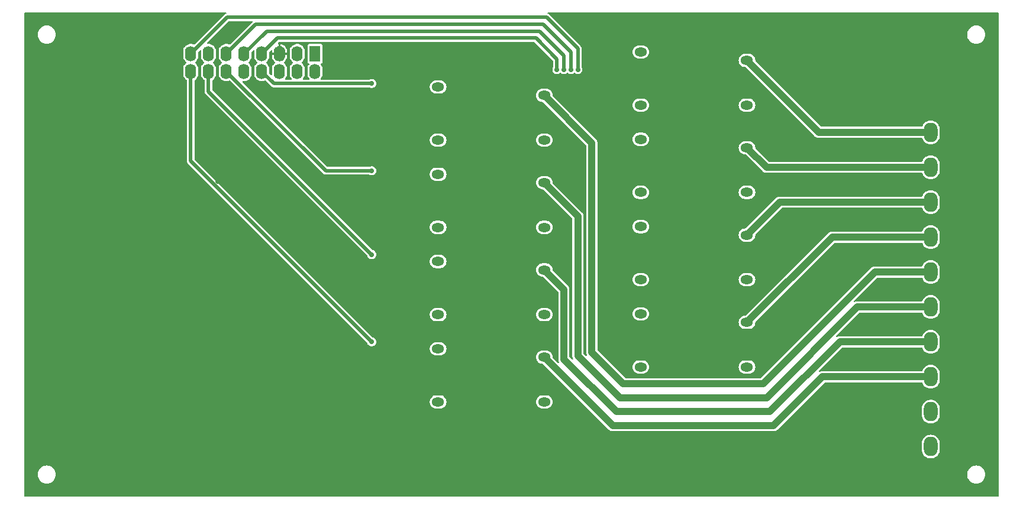
<source format=gbr>
G04 --- HEADER BEGIN --- *
G04 #@! TF.GenerationSoftware,LibrePCB,LibrePCB,1.0.0*
G04 #@! TF.CreationDate,2024-04-26T04:51:19*
G04 #@! TF.ProjectId,OSm Thermal,b11a65fa-6c4c-431c-8545-341aca355aaf,v1*
G04 #@! TF.Part,Single*
G04 #@! TF.SameCoordinates*
G04 #@! TF.FileFunction,Copper,L2,Bot*
G04 #@! TF.FilePolarity,Positive*
%FSLAX66Y66*%
%MOMM*%
G01*
G75*
G04 --- HEADER END --- *
G04 --- APERTURE LIST BEGIN --- *
G04 #@! TA.AperFunction,ComponentPad*
%ADD10O,1.8X1.3*%
%ADD11O,1.587X2.19*%
%ADD12R,1.587X2.19*%
%ADD13O,2.0X2.8*%
G04 #@! TA.AperFunction,ViaPad*
%ADD14C,0.7*%
G04 #@! TA.AperFunction,Conductor*
%ADD15C,0.5*%
%ADD16C,1.0*%
%ADD17C,0.01*%
G04 #@! TD*
G04 --- APERTURE LIST END --- *
G04 --- BOARD BEGIN --- *
D10*
G04 #@! TO.N,N9*
G04 #@! TO.C,K1*
G04 #@! TO.P,K1,NO,NO*
X74700000Y-49700000D03*
G04 #@! TO.N,N28*
G04 #@! TO.P,K1,C1,+*
X59500000Y-48500000D03*
G04 #@! TO.N,N5*
G04 #@! TO.P,K1,COM,COM*
X74700000Y-56100000D03*
G04 #@! TO.N,N23*
G04 #@! TO.P,K1,C2,-*
X59500000Y-56100000D03*
G04 #@! TO.N,N10*
G04 #@! TO.C,K2*
G04 #@! TO.P,K2,NO,NO*
X74700000Y-37200000D03*
G04 #@! TO.N,N28*
G04 #@! TO.P,K2,C1,+*
X59500000Y-36000000D03*
G04 #@! TO.N,N5*
G04 #@! TO.P,K2,COM,COM*
X74700000Y-43600000D03*
G04 #@! TO.N,N33*
G04 #@! TO.P,K2,C2,-*
X59500000Y-43600000D03*
G04 #@! TO.N,N13*
G04 #@! TO.C,K5*
G04 #@! TO.P,K5,NO,NO*
X103700000Y-44700000D03*
G04 #@! TO.N,N28*
G04 #@! TO.P,K5,C1,+*
X88500000Y-43500000D03*
G04 #@! TO.N,N5*
G04 #@! TO.P,K5,COM,COM*
X103700000Y-51100000D03*
G04 #@! TO.N,N19*
G04 #@! TO.P,K5,C2,-*
X88500000Y-51100000D03*
G04 #@! TO.N,N12*
G04 #@! TO.C,K4*
G04 #@! TO.P,K4,NO,NO*
X74700000Y-12200000D03*
G04 #@! TO.N,N28*
G04 #@! TO.P,K4,C1,+*
X59500000Y-11000000D03*
G04 #@! TO.N,N5*
G04 #@! TO.P,K4,COM,COM*
X74700000Y-18600000D03*
G04 #@! TO.N,N26*
G04 #@! TO.P,K4,C2,-*
X59500000Y-18600000D03*
G04 #@! TO.N,N14*
G04 #@! TO.C,K6*
G04 #@! TO.P,K6,NO,NO*
X103700000Y-32200000D03*
G04 #@! TO.N,N28*
G04 #@! TO.P,K6,C1,+*
X88500000Y-31000000D03*
G04 #@! TO.N,N5*
G04 #@! TO.P,K6,COM,COM*
X103700000Y-38600000D03*
G04 #@! TO.N,N32*
G04 #@! TO.P,K6,C2,-*
X88500000Y-38600000D03*
G04 #@! TO.N,N11*
G04 #@! TO.C,K3*
G04 #@! TO.P,K3,NO,NO*
X74700000Y-24700000D03*
G04 #@! TO.N,N28*
G04 #@! TO.P,K3,C1,+*
X59500000Y-23500000D03*
G04 #@! TO.N,N5*
G04 #@! TO.P,K3,COM,COM*
X74700000Y-31100000D03*
G04 #@! TO.N,N31*
G04 #@! TO.P,K3,C2,-*
X59500000Y-31100000D03*
D11*
G04 #@! TO.N,N29*
G04 #@! TO.C,J2*
G04 #@! TO.P,J2,15,15*
X24110000Y-6230000D03*
G04 #@! TO.N,N34*
G04 #@! TO.P,J2,12,12*
X29190000Y-8770000D03*
G04 #@! TO.N,N22*
G04 #@! TO.P,J2,4,4*
X39350000Y-8770000D03*
G04 #@! TO.N,N/C*
G04 #@! TO.P,J2,13,13*
X26650000Y-6230000D03*
G04 #@! TO.N,N42*
G04 #@! TO.P,J2,16,16*
X24110000Y-8770000D03*
G04 #@! TO.N,N/C*
G04 #@! TO.P,J2,10,10*
X31730000Y-8770000D03*
G04 #@! TO.N,N25*
G04 #@! TO.P,J2,14,14*
X26650000Y-8770000D03*
G04 #@! TO.N,N30*
G04 #@! TO.P,J2,11,11*
X29190000Y-6230000D03*
G04 #@! TO.N,GND*
G04 #@! TO.P,J2,5,5*
X36810000Y-6230000D03*
G04 #@! TO.N,N27*
G04 #@! TO.P,J2,8,8*
X34270000Y-8770000D03*
G04 #@! TO.N,N36*
G04 #@! TO.P,J2,9,9*
X31730000Y-6230000D03*
D12*
G04 #@! TO.N,N38*
G04 #@! TO.P,J2,1,1*
X41890000Y-6230000D03*
D11*
G04 #@! TO.N,N20*
G04 #@! TO.P,J2,2,2*
X41890000Y-8770000D03*
G04 #@! TO.N,N17*
G04 #@! TO.P,J2,7,7*
X34270000Y-6230000D03*
G04 #@! TO.N,N38*
G04 #@! TO.P,J2,3,3*
X39350000Y-6230000D03*
G04 #@! TO.N,N18*
G04 #@! TO.P,J2,6,6*
X36810000Y-8770000D03*
D13*
G04 #@! TO.N,N6*
G04 #@! TO.C,J1*
G04 #@! TO.P,J1,2,2*
X130000000Y-57500000D03*
G04 #@! TO.N,N10*
G04 #@! TO.P,J1,4,4*
X130000000Y-47500000D03*
G04 #@! TO.N,N12*
G04 #@! TO.P,J1,6,6*
X130000000Y-37500000D03*
G04 #@! TO.N,N9*
G04 #@! TO.P,J1,3,3*
X130000000Y-52500000D03*
G04 #@! TO.N,N13*
G04 #@! TO.P,J1,7,7*
X130000000Y-32500000D03*
G04 #@! TO.N,N16*
G04 #@! TO.P,J1,10,10*
X130000000Y-17500000D03*
G04 #@! TO.N,N14*
G04 #@! TO.P,J1,8,8*
X130000000Y-27500000D03*
G04 #@! TO.N,N15*
G04 #@! TO.P,J1,9,9*
X130000000Y-22500000D03*
G04 #@! TO.N,N5*
G04 #@! TO.P,J1,1,1*
X130000000Y-62500000D03*
G04 #@! TO.N,N11*
G04 #@! TO.P,J1,5,5*
X130000000Y-42500000D03*
D10*
G04 #@! TO.N,N15*
G04 #@! TO.C,K7*
G04 #@! TO.P,K7,NO,NO*
X103700000Y-19700000D03*
G04 #@! TO.N,N28*
G04 #@! TO.P,K7,C1,+*
X88500000Y-18500000D03*
G04 #@! TO.N,N5*
G04 #@! TO.P,K7,COM,COM*
X103700000Y-26100000D03*
G04 #@! TO.N,N24*
G04 #@! TO.P,K7,C2,-*
X88500000Y-26100000D03*
G04 #@! TO.N,N16*
G04 #@! TO.C,K8*
G04 #@! TO.P,K8,NO,NO*
X103700000Y-7200000D03*
G04 #@! TO.N,N28*
G04 #@! TO.P,K8,C1,+*
X88500000Y-6000000D03*
G04 #@! TO.N,N5*
G04 #@! TO.P,K8,COM,COM*
X103700000Y-13600000D03*
G04 #@! TO.N,N37*
G04 #@! TO.P,K8,C2,-*
X88500000Y-13600000D03*
D14*
G04 #@! TD.C*
G04 #@! TD.P*
G04 #@! TO.N,GND*
X49500000Y-29000000D03*
X84000000Y-18000000D03*
X18000000Y-39000000D03*
X44500000Y-65000000D03*
G04 #@! TO.N,N25*
X50000000Y-35000000D03*
D15*
X26650000Y-11650000D02*
X50000000Y-35000000D01*
X26650000Y-8770000D02*
X26650000Y-11650000D01*
D14*
G04 #@! TO.N,GND*
X22500000Y-49000000D03*
X115000000Y-39000000D03*
X22500000Y-50500000D03*
X40000000Y-15500000D03*
X49500000Y-54000000D03*
X28000000Y-24500000D03*
X121000000Y-50000000D03*
X34500000Y-38000000D03*
G04 #@! TO.N,N29*
X79500000Y-8500000D03*
D15*
X24110000Y-6230000D02*
X29340000Y-1000000D01*
X29340000Y-1000000D02*
X75000000Y-1000000D01*
X79500000Y-5500000D02*
X79500000Y-8500000D01*
X75000000Y-1000000D02*
X79500000Y-5500000D01*
D14*
G04 #@! TO.N,GND*
X35000000Y-68500000D03*
G04 #@! TO.N,N36*
X77500000Y-8500000D03*
D15*
X77500000Y-6500000D02*
X77500000Y-8500000D01*
X34960000Y-3000000D02*
X74000000Y-3000000D01*
X31730000Y-6230000D02*
X34960000Y-3000000D01*
X74000000Y-3000000D02*
X77500000Y-6500000D01*
D14*
G04 #@! TO.N,GND*
X110500000Y-20000000D03*
X117000000Y-65000000D03*
D16*
G04 #@! TO.N,N12*
X122000000Y-37500000D02*
X130000000Y-37500000D01*
X81500000Y-19000000D02*
X81500000Y-49000000D01*
X81500000Y-49000000D02*
X86000000Y-53500000D01*
X106000000Y-53500000D02*
X122000000Y-37500000D01*
X86000000Y-53500000D02*
X106000000Y-53500000D01*
X74700000Y-12200000D02*
X81500000Y-19000000D01*
D14*
G04 #@! TO.N,N30*
X78500000Y-8500000D03*
D15*
X78500000Y-6000000D02*
X78500000Y-8500000D01*
X33420000Y-2000000D02*
X74500000Y-2000000D01*
X74500000Y-2000000D02*
X78500000Y-6000000D01*
X29190000Y-6230000D02*
X33420000Y-2000000D01*
D14*
G04 #@! TO.N,GND*
X16000000Y-26500000D03*
X69000000Y-69000000D03*
X24500000Y-49000000D03*
X132500000Y-69000000D03*
D16*
G04 #@! TO.N,N13*
X103700000Y-44700000D02*
X115900000Y-32500000D01*
X115900000Y-32500000D02*
X130000000Y-32500000D01*
D14*
G04 #@! TO.N,GND*
X118000000Y-56000000D03*
X123500000Y-39000000D03*
G04 #@! TO.N,N34*
X50000000Y-23000000D03*
D15*
X29190000Y-8770000D02*
X43420000Y-23000000D01*
X43420000Y-23000000D02*
X50000000Y-23000000D01*
D14*
G04 #@! TO.N,GND*
X80000000Y-22500000D03*
D16*
G04 #@! TO.N,N10*
X107000000Y-57500000D02*
X117000000Y-47500000D01*
X74700000Y-37200000D02*
X77500000Y-40000000D01*
X117000000Y-47500000D02*
X130000000Y-47500000D01*
X77500000Y-50000000D02*
X85000000Y-57500000D01*
X77500000Y-40000000D02*
X77500000Y-50000000D01*
X85000000Y-57500000D02*
X107000000Y-57500000D01*
D14*
G04 #@! TO.N,GND*
X110500000Y-31500000D03*
X125500000Y-8500000D03*
X6500000Y-35000000D03*
X122000000Y-44500000D03*
D16*
G04 #@! TO.N,N14*
X108400000Y-27500000D02*
X130000000Y-27500000D01*
X103700000Y-32200000D02*
X108400000Y-27500000D01*
D14*
G04 #@! TO.N,GND*
X24500000Y-47500000D03*
G04 #@! TO.N,N27*
X50000000Y-10500000D03*
D15*
X34270000Y-8770000D02*
X36000000Y-10500000D01*
X36000000Y-10500000D02*
X50000000Y-10500000D01*
D14*
G04 #@! TO.N,GND*
X5500000Y-15500000D03*
X10000000Y-8000000D03*
X70000000Y-7500000D03*
X84000000Y-5500000D03*
X85500000Y-3000000D03*
X78500000Y-56500000D03*
X49500000Y-16500000D03*
D16*
G04 #@! TO.N,N15*
X106500000Y-22500000D02*
X130000000Y-22500000D01*
X103700000Y-19700000D02*
X106500000Y-22500000D01*
D14*
G04 #@! TO.N,GND*
X26500000Y-49000000D03*
G04 #@! TO.N,N17*
X76500000Y-8500000D03*
D15*
X34270000Y-6230000D02*
X36500000Y-4000000D01*
X36500000Y-4000000D02*
X73500000Y-4000000D01*
X76500000Y-7000000D02*
X76500000Y-8500000D01*
X73500000Y-4000000D02*
X76500000Y-7000000D01*
D14*
G04 #@! TO.N,GND*
X86500000Y-65000000D03*
X118000000Y-25000000D03*
X84000000Y-43000000D03*
G04 #@! TO.N,N42*
X50000000Y-47500000D03*
D15*
X24110000Y-21610000D02*
X50000000Y-47500000D01*
X24110000Y-8770000D02*
X24110000Y-21610000D01*
D16*
G04 #@! TO.N,N16*
X114000000Y-17500000D02*
X130000000Y-17500000D01*
X103700000Y-7200000D02*
X114000000Y-17500000D01*
G04 #@! TO.N,N11*
X79500000Y-49500000D02*
X85500000Y-55500000D01*
X106500000Y-55500000D02*
X119500000Y-42500000D01*
X74700000Y-24700000D02*
X79500000Y-29500000D01*
X85500000Y-55500000D02*
X106500000Y-55500000D01*
X119500000Y-42500000D02*
X130000000Y-42500000D01*
X79500000Y-29500000D02*
X79500000Y-49500000D01*
D14*
G04 #@! TO.N,GND*
X15500000Y-58500000D03*
X7500000Y-53000000D03*
X34500000Y-34500000D03*
X78000000Y-36500000D03*
X25000000Y-41500000D03*
X49500000Y-41500000D03*
X84000000Y-30500000D03*
D16*
G04 #@! TO.N,N9*
X74700000Y-49700000D02*
X84500000Y-59500000D01*
X107500000Y-59500000D02*
X114500000Y-52500000D01*
X114500000Y-52500000D02*
X130000000Y-52500000D01*
X84500000Y-59500000D02*
X107500000Y-59500000D01*
D14*
G04 #@! TO.N,GND*
X22500000Y-47500000D03*
D17*
G04 #@! TA.AperFunction,Conductor*
G36*
X300000Y-69600001D02*
X319500Y-69659328D01*
X399999Y-69700000D01*
X3495645Y-69700000D01*
X3495645Y-67799619D01*
X3278613Y-67780631D01*
X3270038Y-67779120D01*
X3059582Y-67722728D01*
X3051423Y-67719757D01*
X2853960Y-67627680D01*
X2846419Y-67623326D01*
X2667951Y-67498362D01*
X2661291Y-67492773D01*
X2507227Y-67338709D01*
X2501638Y-67332049D01*
X2376674Y-67153581D01*
X2372320Y-67146040D01*
X2280243Y-66948577D01*
X2277272Y-66940418D01*
X2220880Y-66729962D01*
X2219369Y-66721387D01*
X2200381Y-66504355D01*
X2200381Y-66495645D01*
X2219369Y-66278613D01*
X2220880Y-66270038D01*
X2277272Y-66059582D01*
X2280243Y-66051423D01*
X2372320Y-65853960D01*
X2376674Y-65846419D01*
X2501638Y-65667951D01*
X2507227Y-65661291D01*
X2661291Y-65507227D01*
X2667951Y-65501638D01*
X2846419Y-65376674D01*
X2853960Y-65372320D01*
X3051423Y-65280243D01*
X3059582Y-65277272D01*
X3270038Y-65220880D01*
X3278613Y-65219369D01*
X3495645Y-65200381D01*
X3495645Y-4799619D01*
X3278613Y-4780631D01*
X3270038Y-4779120D01*
X3059582Y-4722728D01*
X3051423Y-4719757D01*
X2853960Y-4627680D01*
X2846419Y-4623326D01*
X2667951Y-4498362D01*
X2661291Y-4492773D01*
X2507227Y-4338709D01*
X2501638Y-4332049D01*
X2376674Y-4153581D01*
X2372320Y-4146040D01*
X2280243Y-3948577D01*
X2277272Y-3940418D01*
X2220880Y-3729962D01*
X2219369Y-3721387D01*
X2200381Y-3504355D01*
X2200381Y-3495645D01*
X2219369Y-3278613D01*
X2220880Y-3270038D01*
X2277272Y-3059582D01*
X2280243Y-3051423D01*
X2372320Y-2853960D01*
X2376674Y-2846419D01*
X2501638Y-2667951D01*
X2507227Y-2661291D01*
X2661291Y-2507227D01*
X2667951Y-2501638D01*
X2846419Y-2376674D01*
X2853960Y-2372320D01*
X3051423Y-2280243D01*
X3059582Y-2277272D01*
X3270038Y-2220880D01*
X3278613Y-2219369D01*
X3495645Y-2200381D01*
X3504355Y-2200381D01*
X3721387Y-2219369D01*
X3729962Y-2220880D01*
X3940418Y-2277272D01*
X3948577Y-2280243D01*
X4146040Y-2372320D01*
X4153581Y-2376674D01*
X4332049Y-2501638D01*
X4338709Y-2507227D01*
X4492773Y-2661291D01*
X4498362Y-2667951D01*
X4623326Y-2846419D01*
X4627680Y-2853960D01*
X4719757Y-3051423D01*
X4722728Y-3059582D01*
X4779120Y-3270038D01*
X4780631Y-3278613D01*
X4799619Y-3495645D01*
X4799619Y-3504355D01*
X4780631Y-3721387D01*
X4779120Y-3729962D01*
X4722728Y-3940418D01*
X4719757Y-3948577D01*
X4627680Y-4146040D01*
X4623326Y-4153581D01*
X4498362Y-4332049D01*
X4492773Y-4338709D01*
X4338709Y-4492773D01*
X4332049Y-4498362D01*
X4153581Y-4623326D01*
X4146040Y-4627680D01*
X3948577Y-4719757D01*
X3940418Y-4722728D01*
X3729962Y-4779120D01*
X3721387Y-4780631D01*
X3504355Y-4799619D01*
X3495645Y-4799619D01*
X3495645Y-65200381D01*
X3504355Y-65200381D01*
X3721387Y-65219369D01*
X3729962Y-65220880D01*
X3940418Y-65277272D01*
X3948577Y-65280243D01*
X4146040Y-65372320D01*
X4153581Y-65376674D01*
X4332049Y-65501638D01*
X4338709Y-65507227D01*
X4492773Y-65661291D01*
X4498362Y-65667951D01*
X4623326Y-65846419D01*
X4627680Y-65853960D01*
X4719757Y-66051423D01*
X4722728Y-66059582D01*
X4779120Y-66270038D01*
X4780631Y-66278613D01*
X4799619Y-66495645D01*
X4799619Y-66504355D01*
X4780631Y-66721387D01*
X4779120Y-66729962D01*
X4722728Y-66940418D01*
X4719757Y-66948577D01*
X4627680Y-67146040D01*
X4623326Y-67153581D01*
X4498362Y-67332049D01*
X4492773Y-67338709D01*
X4338709Y-67492773D01*
X4332049Y-67498362D01*
X4153581Y-67623326D01*
X4146040Y-67627680D01*
X3948577Y-67719757D01*
X3940418Y-67722728D01*
X3729962Y-67779120D01*
X3721387Y-67780631D01*
X3504355Y-67799619D01*
X3495645Y-67799619D01*
X3495645Y-69700000D01*
X59252450Y-69700000D01*
X59252450Y-57050000D01*
X59247557Y-57049759D01*
X59069557Y-57032228D01*
X59059960Y-57030319D01*
X58891157Y-56979114D01*
X58882113Y-56975367D01*
X58726542Y-56892213D01*
X58718410Y-56886779D01*
X58582047Y-56774868D01*
X58575132Y-56767953D01*
X58463221Y-56631590D01*
X58457787Y-56623458D01*
X58374633Y-56467887D01*
X58370886Y-56458843D01*
X58319681Y-56290040D01*
X58317772Y-56280443D01*
X58300482Y-56104894D01*
X58300482Y-56095106D01*
X58317772Y-55919557D01*
X58319681Y-55909960D01*
X58370886Y-55741157D01*
X58374633Y-55732113D01*
X58457787Y-55576542D01*
X58463221Y-55568410D01*
X58575132Y-55432047D01*
X58582047Y-55425132D01*
X58718410Y-55313221D01*
X58726542Y-55307787D01*
X58882113Y-55224633D01*
X58891157Y-55220886D01*
X59059960Y-55169681D01*
X59069557Y-55167772D01*
X59247557Y-55150241D01*
X59252450Y-55150000D01*
X59252450Y-49450000D01*
X59247557Y-49449759D01*
X59069557Y-49432228D01*
X59059960Y-49430319D01*
X58891157Y-49379114D01*
X58882113Y-49375367D01*
X58726542Y-49292213D01*
X58718410Y-49286779D01*
X58582047Y-49174868D01*
X58575132Y-49167953D01*
X58463221Y-49031590D01*
X58457787Y-49023458D01*
X58374633Y-48867887D01*
X58370886Y-48858843D01*
X58319681Y-48690040D01*
X58317772Y-48680443D01*
X58300482Y-48504894D01*
X58300482Y-48495106D01*
X58317772Y-48319557D01*
X58319681Y-48309960D01*
X58370886Y-48141157D01*
X58374633Y-48132113D01*
X58457787Y-47976542D01*
X58463221Y-47968410D01*
X58575132Y-47832047D01*
X58582047Y-47825132D01*
X58718410Y-47713221D01*
X58726542Y-47707787D01*
X58882113Y-47624633D01*
X58891157Y-47620886D01*
X59059960Y-47569681D01*
X59069557Y-47567772D01*
X59247557Y-47550241D01*
X59252450Y-47550000D01*
X59252450Y-44550000D01*
X59247557Y-44549759D01*
X59069557Y-44532228D01*
X59059960Y-44530319D01*
X58891157Y-44479114D01*
X58882113Y-44475367D01*
X58726542Y-44392213D01*
X58718410Y-44386779D01*
X58582047Y-44274868D01*
X58575132Y-44267953D01*
X58463221Y-44131590D01*
X58457787Y-44123458D01*
X58374633Y-43967887D01*
X58370886Y-43958843D01*
X58319681Y-43790040D01*
X58317772Y-43780443D01*
X58300482Y-43604894D01*
X58300482Y-43595106D01*
X58317772Y-43419557D01*
X58319681Y-43409960D01*
X58370886Y-43241157D01*
X58374633Y-43232113D01*
X58457787Y-43076542D01*
X58463221Y-43068410D01*
X58575132Y-42932047D01*
X58582047Y-42925132D01*
X58718410Y-42813221D01*
X58726542Y-42807787D01*
X58882113Y-42724633D01*
X58891157Y-42720886D01*
X59059960Y-42669681D01*
X59069557Y-42667772D01*
X59247557Y-42650241D01*
X59252450Y-42650000D01*
X59252450Y-36950000D01*
X59247557Y-36949759D01*
X59069557Y-36932228D01*
X59059960Y-36930319D01*
X58891157Y-36879114D01*
X58882113Y-36875367D01*
X58726542Y-36792213D01*
X58718410Y-36786779D01*
X58582047Y-36674868D01*
X58575132Y-36667953D01*
X58463221Y-36531590D01*
X58457787Y-36523458D01*
X58374633Y-36367887D01*
X58370886Y-36358843D01*
X58319681Y-36190040D01*
X58317772Y-36180443D01*
X58300482Y-36004894D01*
X58300482Y-35995106D01*
X58317772Y-35819557D01*
X58319681Y-35809960D01*
X58370886Y-35641157D01*
X58374633Y-35632113D01*
X58457787Y-35476542D01*
X58463221Y-35468410D01*
X58575132Y-35332047D01*
X58582047Y-35325132D01*
X58718410Y-35213221D01*
X58726542Y-35207787D01*
X58882113Y-35124633D01*
X58891157Y-35120886D01*
X59059960Y-35069681D01*
X59069557Y-35067772D01*
X59247557Y-35050241D01*
X59252450Y-35050000D01*
X59252450Y-32050000D01*
X59247557Y-32049759D01*
X59069557Y-32032228D01*
X59059960Y-32030319D01*
X58891157Y-31979114D01*
X58882113Y-31975367D01*
X58726542Y-31892213D01*
X58718410Y-31886779D01*
X58582047Y-31774868D01*
X58575132Y-31767953D01*
X58463221Y-31631590D01*
X58457787Y-31623458D01*
X58374633Y-31467887D01*
X58370886Y-31458843D01*
X58319681Y-31290040D01*
X58317772Y-31280443D01*
X58300482Y-31104894D01*
X58300482Y-31095106D01*
X58317772Y-30919557D01*
X58319681Y-30909960D01*
X58370886Y-30741157D01*
X58374633Y-30732113D01*
X58457787Y-30576542D01*
X58463221Y-30568410D01*
X58575132Y-30432047D01*
X58582047Y-30425132D01*
X58718410Y-30313221D01*
X58726542Y-30307787D01*
X58882113Y-30224633D01*
X58891157Y-30220886D01*
X59059960Y-30169681D01*
X59069557Y-30167772D01*
X59247557Y-30150241D01*
X59252450Y-30150000D01*
X59252450Y-24450000D01*
X59247557Y-24449759D01*
X59069557Y-24432228D01*
X59059960Y-24430319D01*
X58891157Y-24379114D01*
X58882113Y-24375367D01*
X58726542Y-24292213D01*
X58718410Y-24286779D01*
X58582047Y-24174868D01*
X58575132Y-24167953D01*
X58463221Y-24031590D01*
X58457787Y-24023458D01*
X58374633Y-23867887D01*
X58370886Y-23858843D01*
X58319681Y-23690040D01*
X58317772Y-23680443D01*
X58300482Y-23504894D01*
X58300482Y-23495106D01*
X58317772Y-23319557D01*
X58319681Y-23309960D01*
X58370886Y-23141157D01*
X58374633Y-23132113D01*
X58457787Y-22976542D01*
X58463221Y-22968410D01*
X58575132Y-22832047D01*
X58582047Y-22825132D01*
X58718410Y-22713221D01*
X58726542Y-22707787D01*
X58882113Y-22624633D01*
X58891157Y-22620886D01*
X59059960Y-22569681D01*
X59069557Y-22567772D01*
X59247557Y-22550241D01*
X59252450Y-22550000D01*
X59252450Y-19550000D01*
X59247557Y-19549759D01*
X59069557Y-19532228D01*
X59059960Y-19530319D01*
X58891157Y-19479114D01*
X58882113Y-19475367D01*
X58726542Y-19392213D01*
X58718410Y-19386779D01*
X58582047Y-19274868D01*
X58575132Y-19267953D01*
X58463221Y-19131590D01*
X58457787Y-19123458D01*
X58374633Y-18967887D01*
X58370886Y-18958843D01*
X58319681Y-18790040D01*
X58317772Y-18780443D01*
X58300482Y-18604894D01*
X58300482Y-18595106D01*
X58317772Y-18419557D01*
X58319681Y-18409960D01*
X58370886Y-18241157D01*
X58374633Y-18232113D01*
X58457787Y-18076542D01*
X58463221Y-18068410D01*
X58575132Y-17932047D01*
X58582047Y-17925132D01*
X58718410Y-17813221D01*
X58726542Y-17807787D01*
X58882113Y-17724633D01*
X58891157Y-17720886D01*
X59059960Y-17669681D01*
X59069557Y-17667772D01*
X59247557Y-17650241D01*
X59252450Y-17650000D01*
X59252450Y-11950000D01*
X59247557Y-11949759D01*
X59069557Y-11932228D01*
X59059960Y-11930319D01*
X58891157Y-11879114D01*
X58882113Y-11875367D01*
X58726542Y-11792213D01*
X58718410Y-11786779D01*
X58582047Y-11674868D01*
X58575132Y-11667953D01*
X58463221Y-11531590D01*
X58457787Y-11523458D01*
X58374633Y-11367887D01*
X58370886Y-11358843D01*
X58319681Y-11190040D01*
X58317772Y-11180443D01*
X58300482Y-11004894D01*
X58300482Y-10995106D01*
X58317772Y-10819557D01*
X58319681Y-10809960D01*
X58370886Y-10641157D01*
X58374633Y-10632113D01*
X58457787Y-10476542D01*
X58463221Y-10468410D01*
X58575132Y-10332047D01*
X58582047Y-10325132D01*
X58718410Y-10213221D01*
X58726542Y-10207787D01*
X58882113Y-10124633D01*
X58891157Y-10120886D01*
X59059960Y-10069681D01*
X59069557Y-10067772D01*
X59247557Y-10050241D01*
X59252450Y-10050000D01*
X59747550Y-10050000D01*
X59752443Y-10050241D01*
X59930443Y-10067772D01*
X59940040Y-10069681D01*
X60108843Y-10120886D01*
X60117887Y-10124633D01*
X60273458Y-10207787D01*
X60281590Y-10213221D01*
X60417953Y-10325132D01*
X60424868Y-10332047D01*
X60536779Y-10468410D01*
X60542213Y-10476542D01*
X60625367Y-10632113D01*
X60629114Y-10641157D01*
X60680319Y-10809960D01*
X60682228Y-10819557D01*
X60699518Y-10995106D01*
X60699518Y-11004894D01*
X60682228Y-11180443D01*
X60680319Y-11190040D01*
X60629114Y-11358843D01*
X60625367Y-11367887D01*
X60542213Y-11523458D01*
X60536779Y-11531590D01*
X60424868Y-11667953D01*
X60417953Y-11674868D01*
X60281590Y-11786779D01*
X60273458Y-11792213D01*
X60117887Y-11875367D01*
X60108843Y-11879114D01*
X59940040Y-11930319D01*
X59930443Y-11932228D01*
X59752443Y-11949759D01*
X59747550Y-11950000D01*
X59252450Y-11950000D01*
X59252450Y-17650000D01*
X59747550Y-17650000D01*
X59752443Y-17650241D01*
X59930443Y-17667772D01*
X59940040Y-17669681D01*
X60108843Y-17720886D01*
X60117887Y-17724633D01*
X60273458Y-17807787D01*
X60281590Y-17813221D01*
X60417953Y-17925132D01*
X60424868Y-17932047D01*
X60536779Y-18068410D01*
X60542213Y-18076542D01*
X60625367Y-18232113D01*
X60629114Y-18241157D01*
X60680319Y-18409960D01*
X60682228Y-18419557D01*
X60699518Y-18595106D01*
X60699518Y-18604894D01*
X60682228Y-18780443D01*
X60680319Y-18790040D01*
X60629114Y-18958843D01*
X60625367Y-18967887D01*
X60542213Y-19123458D01*
X60536779Y-19131590D01*
X60424868Y-19267953D01*
X60417953Y-19274868D01*
X60281590Y-19386779D01*
X60273458Y-19392213D01*
X60117887Y-19475367D01*
X60108843Y-19479114D01*
X59940040Y-19530319D01*
X59930443Y-19532228D01*
X59752443Y-19549759D01*
X59747550Y-19550000D01*
X59252450Y-19550000D01*
X59252450Y-22550000D01*
X59747550Y-22550000D01*
X59752443Y-22550241D01*
X59930443Y-22567772D01*
X59940040Y-22569681D01*
X60108843Y-22620886D01*
X60117887Y-22624633D01*
X60273458Y-22707787D01*
X60281590Y-22713221D01*
X60417953Y-22825132D01*
X60424868Y-22832047D01*
X60536779Y-22968410D01*
X60542213Y-22976542D01*
X60625367Y-23132113D01*
X60629114Y-23141157D01*
X60680319Y-23309960D01*
X60682228Y-23319557D01*
X60699518Y-23495106D01*
X60699518Y-23504894D01*
X60682228Y-23680443D01*
X60680319Y-23690040D01*
X60629114Y-23858843D01*
X60625367Y-23867887D01*
X60542213Y-24023458D01*
X60536779Y-24031590D01*
X60424868Y-24167953D01*
X60417953Y-24174868D01*
X60281590Y-24286779D01*
X60273458Y-24292213D01*
X60117887Y-24375367D01*
X60108843Y-24379114D01*
X59940040Y-24430319D01*
X59930443Y-24432228D01*
X59752443Y-24449759D01*
X59747550Y-24450000D01*
X59252450Y-24450000D01*
X59252450Y-30150000D01*
X59747550Y-30150000D01*
X59752443Y-30150241D01*
X59930443Y-30167772D01*
X59940040Y-30169681D01*
X60108843Y-30220886D01*
X60117887Y-30224633D01*
X60273458Y-30307787D01*
X60281590Y-30313221D01*
X60417953Y-30425132D01*
X60424868Y-30432047D01*
X60536779Y-30568410D01*
X60542213Y-30576542D01*
X60625367Y-30732113D01*
X60629114Y-30741157D01*
X60680319Y-30909960D01*
X60682228Y-30919557D01*
X60699518Y-31095106D01*
X60699518Y-31104894D01*
X60682228Y-31280443D01*
X60680319Y-31290040D01*
X60629114Y-31458843D01*
X60625367Y-31467887D01*
X60542213Y-31623458D01*
X60536779Y-31631590D01*
X60424868Y-31767953D01*
X60417953Y-31774868D01*
X60281590Y-31886779D01*
X60273458Y-31892213D01*
X60117887Y-31975367D01*
X60108843Y-31979114D01*
X59940040Y-32030319D01*
X59930443Y-32032228D01*
X59752443Y-32049759D01*
X59747550Y-32050000D01*
X59252450Y-32050000D01*
X59252450Y-35050000D01*
X59747550Y-35050000D01*
X59752443Y-35050241D01*
X59930443Y-35067772D01*
X59940040Y-35069681D01*
X60108843Y-35120886D01*
X60117887Y-35124633D01*
X60273458Y-35207787D01*
X60281590Y-35213221D01*
X60417953Y-35325132D01*
X60424868Y-35332047D01*
X60536779Y-35468410D01*
X60542213Y-35476542D01*
X60625367Y-35632113D01*
X60629114Y-35641157D01*
X60680319Y-35809960D01*
X60682228Y-35819557D01*
X60699518Y-35995106D01*
X60699518Y-36004894D01*
X60682228Y-36180443D01*
X60680319Y-36190040D01*
X60629114Y-36358843D01*
X60625367Y-36367887D01*
X60542213Y-36523458D01*
X60536779Y-36531590D01*
X60424868Y-36667953D01*
X60417953Y-36674868D01*
X60281590Y-36786779D01*
X60273458Y-36792213D01*
X60117887Y-36875367D01*
X60108843Y-36879114D01*
X59940040Y-36930319D01*
X59930443Y-36932228D01*
X59752443Y-36949759D01*
X59747550Y-36950000D01*
X59252450Y-36950000D01*
X59252450Y-42650000D01*
X59747550Y-42650000D01*
X59752443Y-42650241D01*
X59930443Y-42667772D01*
X59940040Y-42669681D01*
X60108843Y-42720886D01*
X60117887Y-42724633D01*
X60273458Y-42807787D01*
X60281590Y-42813221D01*
X60417953Y-42925132D01*
X60424868Y-42932047D01*
X60536779Y-43068410D01*
X60542213Y-43076542D01*
X60625367Y-43232113D01*
X60629114Y-43241157D01*
X60680319Y-43409960D01*
X60682228Y-43419557D01*
X60699518Y-43595106D01*
X60699518Y-43604894D01*
X60682228Y-43780443D01*
X60680319Y-43790040D01*
X60629114Y-43958843D01*
X60625367Y-43967887D01*
X60542213Y-44123458D01*
X60536779Y-44131590D01*
X60424868Y-44267953D01*
X60417953Y-44274868D01*
X60281590Y-44386779D01*
X60273458Y-44392213D01*
X60117887Y-44475367D01*
X60108843Y-44479114D01*
X59940040Y-44530319D01*
X59930443Y-44532228D01*
X59752443Y-44549759D01*
X59747550Y-44550000D01*
X59252450Y-44550000D01*
X59252450Y-47550000D01*
X59747550Y-47550000D01*
X59752443Y-47550241D01*
X59930443Y-47567772D01*
X59940040Y-47569681D01*
X60108843Y-47620886D01*
X60117887Y-47624633D01*
X60273458Y-47707787D01*
X60281590Y-47713221D01*
X60417953Y-47825132D01*
X60424868Y-47832047D01*
X60536779Y-47968410D01*
X60542213Y-47976542D01*
X60625367Y-48132113D01*
X60629114Y-48141157D01*
X60680319Y-48309960D01*
X60682228Y-48319557D01*
X60699518Y-48495106D01*
X60699518Y-48504894D01*
X60682228Y-48680443D01*
X60680319Y-48690040D01*
X60629114Y-48858843D01*
X60625367Y-48867887D01*
X60542213Y-49023458D01*
X60536779Y-49031590D01*
X60424868Y-49167953D01*
X60417953Y-49174868D01*
X60281590Y-49286779D01*
X60273458Y-49292213D01*
X60117887Y-49375367D01*
X60108843Y-49379114D01*
X59940040Y-49430319D01*
X59930443Y-49432228D01*
X59752443Y-49449759D01*
X59747550Y-49450000D01*
X59252450Y-49450000D01*
X59252450Y-55150000D01*
X59747550Y-55150000D01*
X59752443Y-55150241D01*
X59930443Y-55167772D01*
X59940040Y-55169681D01*
X60108843Y-55220886D01*
X60117887Y-55224633D01*
X60273458Y-55307787D01*
X60281590Y-55313221D01*
X60417953Y-55425132D01*
X60424868Y-55432047D01*
X60536779Y-55568410D01*
X60542213Y-55576542D01*
X60625367Y-55732113D01*
X60629114Y-55741157D01*
X60680319Y-55909960D01*
X60682228Y-55919557D01*
X60699518Y-56095106D01*
X60699518Y-56104894D01*
X60682228Y-56280443D01*
X60680319Y-56290040D01*
X60629114Y-56458843D01*
X60625367Y-56467887D01*
X60542213Y-56623458D01*
X60536779Y-56631590D01*
X60424868Y-56767953D01*
X60417953Y-56774868D01*
X60281590Y-56886779D01*
X60273458Y-56892213D01*
X60117887Y-56975367D01*
X60108843Y-56979114D01*
X59940040Y-57030319D01*
X59930443Y-57032228D01*
X59752443Y-57049759D01*
X59747550Y-57050000D01*
X59252450Y-57050000D01*
X59252450Y-69700000D01*
X74452450Y-69700000D01*
X74452450Y-57050000D01*
X74447557Y-57049759D01*
X74269557Y-57032228D01*
X74259960Y-57030319D01*
X74091157Y-56979114D01*
X74082113Y-56975367D01*
X73926542Y-56892213D01*
X73918410Y-56886779D01*
X73782047Y-56774868D01*
X73775132Y-56767953D01*
X73663221Y-56631590D01*
X73657787Y-56623458D01*
X73574633Y-56467887D01*
X73570886Y-56458843D01*
X73519681Y-56290040D01*
X73517772Y-56280443D01*
X73500482Y-56104894D01*
X73500482Y-56095106D01*
X73517772Y-55919557D01*
X73519681Y-55909960D01*
X73570886Y-55741157D01*
X73574633Y-55732113D01*
X73657787Y-55576542D01*
X73663221Y-55568410D01*
X73775132Y-55432047D01*
X73782047Y-55425132D01*
X73918410Y-55313221D01*
X73926542Y-55307787D01*
X74082113Y-55224633D01*
X74091157Y-55220886D01*
X74259960Y-55169681D01*
X74269557Y-55167772D01*
X74447557Y-55150241D01*
X74452450Y-55150000D01*
X74947550Y-55150000D01*
X74952443Y-55150241D01*
X75130443Y-55167772D01*
X75140040Y-55169681D01*
X75308843Y-55220886D01*
X75317887Y-55224633D01*
X75473458Y-55307787D01*
X75481590Y-55313221D01*
X75617953Y-55425132D01*
X75624868Y-55432047D01*
X75736779Y-55568410D01*
X75742213Y-55576542D01*
X75825367Y-55732113D01*
X75829114Y-55741157D01*
X75880319Y-55909960D01*
X75882228Y-55919557D01*
X75899518Y-56095106D01*
X75899518Y-56104894D01*
X75882228Y-56280443D01*
X75880319Y-56290040D01*
X75829114Y-56458843D01*
X75825367Y-56467887D01*
X75742213Y-56623458D01*
X75736779Y-56631590D01*
X75624868Y-56767953D01*
X75617953Y-56774868D01*
X75481590Y-56886779D01*
X75473458Y-56892213D01*
X75317887Y-56975367D01*
X75308843Y-56979114D01*
X75140040Y-57030319D01*
X75130443Y-57032228D01*
X74952443Y-57049759D01*
X74947550Y-57050000D01*
X74452450Y-57050000D01*
X74452450Y-69700000D01*
X84502622Y-69700000D01*
X84502622Y-60300000D01*
X84497392Y-60299726D01*
X84440131Y-60293707D01*
X84434910Y-60293296D01*
X84380087Y-60290423D01*
X84369789Y-60288792D01*
X84362175Y-60286752D01*
X84346743Y-60283892D01*
X84338884Y-60283066D01*
X84328688Y-60280899D01*
X84276410Y-60263913D01*
X84271391Y-60262426D01*
X84218366Y-60248218D01*
X84208634Y-60244482D01*
X84201612Y-60240904D01*
X84187108Y-60234896D01*
X84179594Y-60232455D01*
X84170074Y-60228216D01*
X84122487Y-60200743D01*
X84117889Y-60198247D01*
X84068959Y-60173315D01*
X84060216Y-60167637D01*
X84054090Y-60162676D01*
X84041153Y-60153784D01*
X84034309Y-60149833D01*
X84025882Y-60143710D01*
X83985050Y-60106945D01*
X83981068Y-60103545D01*
X83936350Y-60067334D01*
X83932462Y-60063833D01*
X74547918Y-50679289D01*
X74477208Y-50650000D01*
X74452450Y-50650000D01*
X74447557Y-50649759D01*
X74269557Y-50632228D01*
X74259960Y-50630319D01*
X74091157Y-50579114D01*
X74082113Y-50575367D01*
X73926542Y-50492213D01*
X73918410Y-50486779D01*
X73782047Y-50374868D01*
X73775132Y-50367953D01*
X73663221Y-50231590D01*
X73657787Y-50223458D01*
X73574633Y-50067887D01*
X73570886Y-50058843D01*
X73519681Y-49890040D01*
X73517772Y-49880443D01*
X73500482Y-49704894D01*
X73500482Y-49695106D01*
X73517772Y-49519557D01*
X73519681Y-49509960D01*
X73570886Y-49341157D01*
X73574633Y-49332113D01*
X73657787Y-49176542D01*
X73663221Y-49168410D01*
X73775132Y-49032047D01*
X73782047Y-49025132D01*
X73918410Y-48913221D01*
X73926542Y-48907787D01*
X74082113Y-48824633D01*
X74091157Y-48820886D01*
X74259960Y-48769681D01*
X74269557Y-48767772D01*
X74447557Y-48750241D01*
X74452450Y-48750000D01*
X74452450Y-44550000D01*
X74447557Y-44549759D01*
X74269557Y-44532228D01*
X74259960Y-44530319D01*
X74091157Y-44479114D01*
X74082113Y-44475367D01*
X73926542Y-44392213D01*
X73918410Y-44386779D01*
X73782047Y-44274868D01*
X73775132Y-44267953D01*
X73663221Y-44131590D01*
X73657787Y-44123458D01*
X73574633Y-43967887D01*
X73570886Y-43958843D01*
X73519681Y-43790040D01*
X73517772Y-43780443D01*
X73500482Y-43604894D01*
X73500482Y-43595106D01*
X73517772Y-43419557D01*
X73519681Y-43409960D01*
X73570886Y-43241157D01*
X73574633Y-43232113D01*
X73657787Y-43076542D01*
X73663221Y-43068410D01*
X73775132Y-42932047D01*
X73782047Y-42925132D01*
X73918410Y-42813221D01*
X73926542Y-42807787D01*
X74082113Y-42724633D01*
X74091157Y-42720886D01*
X74259960Y-42669681D01*
X74269557Y-42667772D01*
X74447557Y-42650241D01*
X74452450Y-42650000D01*
X74947550Y-42650000D01*
X74952443Y-42650241D01*
X75130443Y-42667772D01*
X75140040Y-42669681D01*
X75308843Y-42720886D01*
X75317887Y-42724633D01*
X75473458Y-42807787D01*
X75481590Y-42813221D01*
X75617953Y-42925132D01*
X75624868Y-42932047D01*
X75736779Y-43068410D01*
X75742213Y-43076542D01*
X75825367Y-43232113D01*
X75829114Y-43241157D01*
X75880319Y-43409960D01*
X75882228Y-43419557D01*
X75899518Y-43595106D01*
X75899518Y-43604894D01*
X75882228Y-43780443D01*
X75880319Y-43790040D01*
X75829114Y-43958843D01*
X75825367Y-43967887D01*
X75742213Y-44123458D01*
X75736779Y-44131590D01*
X75624868Y-44267953D01*
X75617953Y-44274868D01*
X75481590Y-44386779D01*
X75473458Y-44392213D01*
X75317887Y-44475367D01*
X75308843Y-44479114D01*
X75140040Y-44530319D01*
X75130443Y-44532228D01*
X74952443Y-44549759D01*
X74947550Y-44550000D01*
X74452450Y-44550000D01*
X74452450Y-48750000D01*
X74947550Y-48750000D01*
X74952443Y-48750241D01*
X75130443Y-48767772D01*
X75140040Y-48769681D01*
X75308843Y-48820886D01*
X75317887Y-48824633D01*
X75473458Y-48907787D01*
X75481590Y-48913221D01*
X75617953Y-49025132D01*
X75624868Y-49032047D01*
X75736779Y-49168410D01*
X75742213Y-49176542D01*
X75825367Y-49332113D01*
X75829114Y-49341157D01*
X75880319Y-49509960D01*
X75882228Y-49519557D01*
X75899518Y-49695109D01*
X75899519Y-49704892D01*
X75898483Y-49715405D01*
X75927290Y-49795919D01*
X76654776Y-50523405D01*
X76710515Y-50551567D01*
X76772093Y-50541169D01*
X76815494Y-50496265D01*
X76814586Y-50407296D01*
X76801751Y-50382106D01*
X76799253Y-50377506D01*
X76771786Y-50329932D01*
X76767543Y-50320400D01*
X76765104Y-50312895D01*
X76759100Y-50298398D01*
X76755513Y-50291357D01*
X76751781Y-50281636D01*
X76737564Y-50228579D01*
X76736077Y-50223560D01*
X76719100Y-50171310D01*
X76716934Y-50161120D01*
X76716109Y-50153266D01*
X76713250Y-50137836D01*
X76711206Y-50130207D01*
X76709576Y-50119915D01*
X76706701Y-50065064D01*
X76706290Y-50059845D01*
X76700274Y-50002609D01*
X76700000Y-49997377D01*
X76700000Y-40372792D01*
X76670711Y-40302082D01*
X74547918Y-38179289D01*
X74477208Y-38150000D01*
X74452450Y-38150000D01*
X74447557Y-38149759D01*
X74269557Y-38132228D01*
X74259960Y-38130319D01*
X74091157Y-38079114D01*
X74082113Y-38075367D01*
X73926542Y-37992213D01*
X73918410Y-37986779D01*
X73782047Y-37874868D01*
X73775132Y-37867953D01*
X73663221Y-37731590D01*
X73657787Y-37723458D01*
X73574633Y-37567887D01*
X73570886Y-37558843D01*
X73519681Y-37390040D01*
X73517772Y-37380443D01*
X73500482Y-37204894D01*
X73500482Y-37195106D01*
X73517772Y-37019557D01*
X73519681Y-37009960D01*
X73570886Y-36841157D01*
X73574633Y-36832113D01*
X73657787Y-36676542D01*
X73663221Y-36668410D01*
X73775132Y-36532047D01*
X73782047Y-36525132D01*
X73918410Y-36413221D01*
X73926542Y-36407787D01*
X74082113Y-36324633D01*
X74091157Y-36320886D01*
X74259960Y-36269681D01*
X74269557Y-36267772D01*
X74447557Y-36250241D01*
X74452450Y-36250000D01*
X74452450Y-32050000D01*
X74447557Y-32049759D01*
X74269557Y-32032228D01*
X74259960Y-32030319D01*
X74091157Y-31979114D01*
X74082113Y-31975367D01*
X73926542Y-31892213D01*
X73918410Y-31886779D01*
X73782047Y-31774868D01*
X73775132Y-31767953D01*
X73663221Y-31631590D01*
X73657787Y-31623458D01*
X73574633Y-31467887D01*
X73570886Y-31458843D01*
X73519681Y-31290040D01*
X73517772Y-31280443D01*
X73500482Y-31104894D01*
X73500482Y-31095106D01*
X73517772Y-30919557D01*
X73519681Y-30909960D01*
X73570886Y-30741157D01*
X73574633Y-30732113D01*
X73657787Y-30576542D01*
X73663221Y-30568410D01*
X73775132Y-30432047D01*
X73782047Y-30425132D01*
X73918410Y-30313221D01*
X73926542Y-30307787D01*
X74082113Y-30224633D01*
X74091157Y-30220886D01*
X74259960Y-30169681D01*
X74269557Y-30167772D01*
X74447557Y-30150241D01*
X74452450Y-30150000D01*
X74947550Y-30150000D01*
X74952443Y-30150241D01*
X75130443Y-30167772D01*
X75140040Y-30169681D01*
X75308843Y-30220886D01*
X75317887Y-30224633D01*
X75473458Y-30307787D01*
X75481590Y-30313221D01*
X75617953Y-30425132D01*
X75624868Y-30432047D01*
X75736779Y-30568410D01*
X75742213Y-30576542D01*
X75825367Y-30732113D01*
X75829114Y-30741157D01*
X75880319Y-30909960D01*
X75882228Y-30919557D01*
X75899518Y-31095106D01*
X75899518Y-31104894D01*
X75882228Y-31280443D01*
X75880319Y-31290040D01*
X75829114Y-31458843D01*
X75825367Y-31467887D01*
X75742213Y-31623458D01*
X75736779Y-31631590D01*
X75624868Y-31767953D01*
X75617953Y-31774868D01*
X75481590Y-31886779D01*
X75473458Y-31892213D01*
X75317887Y-31975367D01*
X75308843Y-31979114D01*
X75140040Y-32030319D01*
X75130443Y-32032228D01*
X74952443Y-32049759D01*
X74947550Y-32050000D01*
X74452450Y-32050000D01*
X74452450Y-36250000D01*
X74947550Y-36250000D01*
X74952443Y-36250241D01*
X75130443Y-36267772D01*
X75140040Y-36269681D01*
X75308843Y-36320886D01*
X75317887Y-36324633D01*
X75473458Y-36407787D01*
X75481590Y-36413221D01*
X75617953Y-36525132D01*
X75624868Y-36532047D01*
X75736779Y-36668410D01*
X75742213Y-36676542D01*
X75825367Y-36832113D01*
X75829114Y-36841157D01*
X75880319Y-37009960D01*
X75882228Y-37019557D01*
X75899518Y-37195109D01*
X75899519Y-37204892D01*
X75898483Y-37215405D01*
X75927290Y-37295919D01*
X78063830Y-39432459D01*
X78067341Y-39436357D01*
X78103552Y-39481075D01*
X78106953Y-39485057D01*
X78143702Y-39525871D01*
X78149839Y-39534318D01*
X78153780Y-39541144D01*
X78162669Y-39554078D01*
X78167635Y-39560210D01*
X78173316Y-39568959D01*
X78198249Y-39617893D01*
X78200747Y-39622494D01*
X78228214Y-39670068D01*
X78232457Y-39679600D01*
X78234896Y-39687105D01*
X78240900Y-39701602D01*
X78244487Y-39708643D01*
X78248219Y-39718364D01*
X78262436Y-39771421D01*
X78263923Y-39776440D01*
X78280900Y-39828690D01*
X78283066Y-39838880D01*
X78283891Y-39846734D01*
X78286750Y-39862164D01*
X78288794Y-39869793D01*
X78290424Y-39880085D01*
X78293299Y-39934936D01*
X78293710Y-39940155D01*
X78299726Y-39997391D01*
X78300000Y-40002623D01*
X78300000Y-49627208D01*
X78329289Y-49697918D01*
X78654776Y-50023405D01*
X78710515Y-50051567D01*
X78772093Y-50041169D01*
X78815494Y-49996265D01*
X78814586Y-49907296D01*
X78801751Y-49882106D01*
X78799253Y-49877506D01*
X78771786Y-49829932D01*
X78767543Y-49820400D01*
X78765104Y-49812895D01*
X78759100Y-49798398D01*
X78755513Y-49791357D01*
X78751781Y-49781636D01*
X78737564Y-49728579D01*
X78736077Y-49723560D01*
X78719100Y-49671310D01*
X78716934Y-49661120D01*
X78716109Y-49653266D01*
X78713250Y-49637836D01*
X78711206Y-49630207D01*
X78709576Y-49619915D01*
X78706701Y-49565064D01*
X78706290Y-49559845D01*
X78700274Y-49502609D01*
X78700000Y-49497377D01*
X78700000Y-29872792D01*
X78670711Y-29802082D01*
X74547918Y-25679289D01*
X74477208Y-25650000D01*
X74452450Y-25650000D01*
X74447557Y-25649759D01*
X74269557Y-25632228D01*
X74259960Y-25630319D01*
X74091157Y-25579114D01*
X74082113Y-25575367D01*
X73926542Y-25492213D01*
X73918410Y-25486779D01*
X73782047Y-25374868D01*
X73775132Y-25367953D01*
X73663221Y-25231590D01*
X73657787Y-25223458D01*
X73574633Y-25067887D01*
X73570886Y-25058843D01*
X73519681Y-24890040D01*
X73517772Y-24880443D01*
X73500482Y-24704894D01*
X73500482Y-24695106D01*
X73517772Y-24519557D01*
X73519681Y-24509960D01*
X73570886Y-24341157D01*
X73574633Y-24332113D01*
X73657787Y-24176542D01*
X73663221Y-24168410D01*
X73775132Y-24032047D01*
X73782047Y-24025132D01*
X73918410Y-23913221D01*
X73926542Y-23907787D01*
X74082113Y-23824633D01*
X74091157Y-23820886D01*
X74259960Y-23769681D01*
X74269557Y-23767772D01*
X74447557Y-23750241D01*
X74452450Y-23750000D01*
X74452450Y-19550000D01*
X74447557Y-19549759D01*
X74269557Y-19532228D01*
X74259960Y-19530319D01*
X74091157Y-19479114D01*
X74082113Y-19475367D01*
X73926542Y-19392213D01*
X73918410Y-19386779D01*
X73782047Y-19274868D01*
X73775132Y-19267953D01*
X73663221Y-19131590D01*
X73657787Y-19123458D01*
X73574633Y-18967887D01*
X73570886Y-18958843D01*
X73519681Y-18790040D01*
X73517772Y-18780443D01*
X73500482Y-18604894D01*
X73500482Y-18595106D01*
X73517772Y-18419557D01*
X73519681Y-18409960D01*
X73570886Y-18241157D01*
X73574633Y-18232113D01*
X73657787Y-18076542D01*
X73663221Y-18068410D01*
X73775132Y-17932047D01*
X73782047Y-17925132D01*
X73918410Y-17813221D01*
X73926542Y-17807787D01*
X74082113Y-17724633D01*
X74091157Y-17720886D01*
X74259960Y-17669681D01*
X74269557Y-17667772D01*
X74447557Y-17650241D01*
X74452450Y-17650000D01*
X74947550Y-17650000D01*
X74952443Y-17650241D01*
X75130443Y-17667772D01*
X75140040Y-17669681D01*
X75308843Y-17720886D01*
X75317887Y-17724633D01*
X75473458Y-17807787D01*
X75481590Y-17813221D01*
X75617953Y-17925132D01*
X75624868Y-17932047D01*
X75736779Y-18068410D01*
X75742213Y-18076542D01*
X75825367Y-18232113D01*
X75829114Y-18241157D01*
X75880319Y-18409960D01*
X75882228Y-18419557D01*
X75899518Y-18595106D01*
X75899518Y-18604894D01*
X75882228Y-18780443D01*
X75880319Y-18790040D01*
X75829114Y-18958843D01*
X75825367Y-18967887D01*
X75742213Y-19123458D01*
X75736779Y-19131590D01*
X75624868Y-19267953D01*
X75617953Y-19274868D01*
X75481590Y-19386779D01*
X75473458Y-19392213D01*
X75317887Y-19475367D01*
X75308843Y-19479114D01*
X75140040Y-19530319D01*
X75130443Y-19532228D01*
X74952443Y-19549759D01*
X74947550Y-19550000D01*
X74452450Y-19550000D01*
X74452450Y-23750000D01*
X74947550Y-23750000D01*
X74952443Y-23750241D01*
X75130443Y-23767772D01*
X75140040Y-23769681D01*
X75308843Y-23820886D01*
X75317887Y-23824633D01*
X75473458Y-23907787D01*
X75481590Y-23913221D01*
X75617953Y-24025132D01*
X75624868Y-24032047D01*
X75736779Y-24168410D01*
X75742213Y-24176542D01*
X75825367Y-24332113D01*
X75829114Y-24341157D01*
X75880319Y-24509960D01*
X75882228Y-24519557D01*
X75899518Y-24695109D01*
X75899519Y-24704892D01*
X75898483Y-24715405D01*
X75927290Y-24795919D01*
X80063830Y-28932459D01*
X80067341Y-28936357D01*
X80103552Y-28981075D01*
X80106953Y-28985057D01*
X80143702Y-29025871D01*
X80149839Y-29034318D01*
X80153780Y-29041144D01*
X80162669Y-29054078D01*
X80167635Y-29060210D01*
X80173316Y-29068959D01*
X80198249Y-29117893D01*
X80200747Y-29122494D01*
X80228214Y-29170068D01*
X80232457Y-29179600D01*
X80234896Y-29187105D01*
X80240900Y-29201602D01*
X80244487Y-29208643D01*
X80248219Y-29218364D01*
X80262436Y-29271421D01*
X80263923Y-29276440D01*
X80280900Y-29328690D01*
X80283066Y-29338880D01*
X80283891Y-29346734D01*
X80286750Y-29362164D01*
X80288794Y-29369793D01*
X80290424Y-29380085D01*
X80293299Y-29434936D01*
X80293710Y-29440155D01*
X80299726Y-29497391D01*
X80300000Y-29502623D01*
X80300000Y-49127208D01*
X80329289Y-49197918D01*
X80654776Y-49523405D01*
X80710515Y-49551567D01*
X80772093Y-49541169D01*
X80815494Y-49496265D01*
X80814586Y-49407296D01*
X80801751Y-49382106D01*
X80799253Y-49377506D01*
X80771786Y-49329932D01*
X80767543Y-49320400D01*
X80765104Y-49312895D01*
X80759100Y-49298398D01*
X80755513Y-49291357D01*
X80751781Y-49281636D01*
X80737564Y-49228579D01*
X80736077Y-49223560D01*
X80719100Y-49171310D01*
X80716934Y-49161120D01*
X80716109Y-49153266D01*
X80713250Y-49137836D01*
X80711206Y-49130207D01*
X80709576Y-49119915D01*
X80706701Y-49065064D01*
X80706290Y-49059845D01*
X80700274Y-49002609D01*
X80700000Y-48997377D01*
X80700000Y-19372792D01*
X80670711Y-19302082D01*
X74547918Y-13179289D01*
X74477208Y-13150000D01*
X74452450Y-13150000D01*
X74447557Y-13149759D01*
X74269557Y-13132228D01*
X74259960Y-13130319D01*
X74091157Y-13079114D01*
X74082113Y-13075367D01*
X73926542Y-12992213D01*
X73918410Y-12986779D01*
X73782047Y-12874868D01*
X73775132Y-12867953D01*
X73663221Y-12731590D01*
X73657787Y-12723458D01*
X73574633Y-12567887D01*
X73570886Y-12558843D01*
X73519681Y-12390040D01*
X73517772Y-12380443D01*
X73500482Y-12204894D01*
X73500482Y-12195106D01*
X73517772Y-12019557D01*
X73519681Y-12009960D01*
X73570886Y-11841157D01*
X73574633Y-11832113D01*
X73657787Y-11676542D01*
X73663221Y-11668410D01*
X73775132Y-11532047D01*
X73782047Y-11525132D01*
X73918410Y-11413221D01*
X73926542Y-11407787D01*
X74082113Y-11324633D01*
X74091157Y-11320886D01*
X74259960Y-11269681D01*
X74269557Y-11267772D01*
X74447557Y-11250241D01*
X74452450Y-11250000D01*
X74947550Y-11250000D01*
X74952443Y-11250241D01*
X75130443Y-11267772D01*
X75140040Y-11269681D01*
X75308843Y-11320886D01*
X75317887Y-11324633D01*
X75473458Y-11407787D01*
X75481590Y-11413221D01*
X75617953Y-11525132D01*
X75624868Y-11532047D01*
X75736779Y-11668410D01*
X75742213Y-11676542D01*
X75825367Y-11832113D01*
X75829114Y-11841157D01*
X75880319Y-12009960D01*
X75882228Y-12019557D01*
X75899518Y-12195109D01*
X75899519Y-12204892D01*
X75898483Y-12215405D01*
X75927290Y-12295919D01*
X82063830Y-18432459D01*
X82067341Y-18436357D01*
X82103552Y-18481075D01*
X82106953Y-18485057D01*
X82143702Y-18525871D01*
X82149839Y-18534318D01*
X82153780Y-18541144D01*
X82162669Y-18554078D01*
X82167635Y-18560210D01*
X82173316Y-18568959D01*
X82198249Y-18617893D01*
X82200747Y-18622494D01*
X82228214Y-18670068D01*
X82232457Y-18679600D01*
X82234896Y-18687105D01*
X82240900Y-18701602D01*
X82244487Y-18708643D01*
X82248219Y-18718364D01*
X82262436Y-18771421D01*
X82263923Y-18776440D01*
X82280900Y-18828690D01*
X82283066Y-18838880D01*
X82283891Y-18846734D01*
X82286750Y-18862164D01*
X82288794Y-18869793D01*
X82290424Y-18880085D01*
X82293299Y-18934936D01*
X82293710Y-18940155D01*
X82299726Y-18997391D01*
X82300000Y-19002623D01*
X82300000Y-48627208D01*
X82329289Y-48697918D01*
X86302082Y-52670711D01*
X86372792Y-52700000D01*
X88252450Y-52700000D01*
X88252450Y-52050000D01*
X88247557Y-52049759D01*
X88069557Y-52032228D01*
X88059960Y-52030319D01*
X87891157Y-51979114D01*
X87882113Y-51975367D01*
X87726542Y-51892213D01*
X87718410Y-51886779D01*
X87582047Y-51774868D01*
X87575132Y-51767953D01*
X87463221Y-51631590D01*
X87457787Y-51623458D01*
X87374633Y-51467887D01*
X87370886Y-51458843D01*
X87319681Y-51290040D01*
X87317772Y-51280443D01*
X87300482Y-51104894D01*
X87300482Y-51095106D01*
X87317772Y-50919557D01*
X87319681Y-50909960D01*
X87370886Y-50741157D01*
X87374633Y-50732113D01*
X87457787Y-50576542D01*
X87463221Y-50568410D01*
X87575132Y-50432047D01*
X87582047Y-50425132D01*
X87718410Y-50313221D01*
X87726542Y-50307787D01*
X87882113Y-50224633D01*
X87891157Y-50220886D01*
X88059960Y-50169681D01*
X88069557Y-50167772D01*
X88247557Y-50150241D01*
X88252450Y-50150000D01*
X88252450Y-44450000D01*
X88247557Y-44449759D01*
X88069557Y-44432228D01*
X88059960Y-44430319D01*
X87891157Y-44379114D01*
X87882113Y-44375367D01*
X87726542Y-44292213D01*
X87718410Y-44286779D01*
X87582047Y-44174868D01*
X87575132Y-44167953D01*
X87463221Y-44031590D01*
X87457787Y-44023458D01*
X87374633Y-43867887D01*
X87370886Y-43858843D01*
X87319681Y-43690040D01*
X87317772Y-43680443D01*
X87300482Y-43504894D01*
X87300482Y-43495106D01*
X87317772Y-43319557D01*
X87319681Y-43309960D01*
X87370886Y-43141157D01*
X87374633Y-43132113D01*
X87457787Y-42976542D01*
X87463221Y-42968410D01*
X87575132Y-42832047D01*
X87582047Y-42825132D01*
X87718410Y-42713221D01*
X87726542Y-42707787D01*
X87882113Y-42624633D01*
X87891157Y-42620886D01*
X88059960Y-42569681D01*
X88069557Y-42567772D01*
X88247557Y-42550241D01*
X88252450Y-42550000D01*
X88252450Y-39550000D01*
X88247557Y-39549759D01*
X88069557Y-39532228D01*
X88059960Y-39530319D01*
X87891157Y-39479114D01*
X87882113Y-39475367D01*
X87726542Y-39392213D01*
X87718410Y-39386779D01*
X87582047Y-39274868D01*
X87575132Y-39267953D01*
X87463221Y-39131590D01*
X87457787Y-39123458D01*
X87374633Y-38967887D01*
X87370886Y-38958843D01*
X87319681Y-38790040D01*
X87317772Y-38780443D01*
X87300482Y-38604894D01*
X87300482Y-38595106D01*
X87317772Y-38419557D01*
X87319681Y-38409960D01*
X87370886Y-38241157D01*
X87374633Y-38232113D01*
X87457787Y-38076542D01*
X87463221Y-38068410D01*
X87575132Y-37932047D01*
X87582047Y-37925132D01*
X87718410Y-37813221D01*
X87726542Y-37807787D01*
X87882113Y-37724633D01*
X87891157Y-37720886D01*
X88059960Y-37669681D01*
X88069557Y-37667772D01*
X88247557Y-37650241D01*
X88252450Y-37650000D01*
X88252450Y-31950000D01*
X88247557Y-31949759D01*
X88069557Y-31932228D01*
X88059960Y-31930319D01*
X87891157Y-31879114D01*
X87882113Y-31875367D01*
X87726542Y-31792213D01*
X87718410Y-31786779D01*
X87582047Y-31674868D01*
X87575132Y-31667953D01*
X87463221Y-31531590D01*
X87457787Y-31523458D01*
X87374633Y-31367887D01*
X87370886Y-31358843D01*
X87319681Y-31190040D01*
X87317772Y-31180443D01*
X87300482Y-31004894D01*
X87300482Y-30995106D01*
X87317772Y-30819557D01*
X87319681Y-30809960D01*
X87370886Y-30641157D01*
X87374633Y-30632113D01*
X87457787Y-30476542D01*
X87463221Y-30468410D01*
X87575132Y-30332047D01*
X87582047Y-30325132D01*
X87718410Y-30213221D01*
X87726542Y-30207787D01*
X87882113Y-30124633D01*
X87891157Y-30120886D01*
X88059960Y-30069681D01*
X88069557Y-30067772D01*
X88247557Y-30050241D01*
X88252450Y-30050000D01*
X88252450Y-27050000D01*
X88247557Y-27049759D01*
X88069557Y-27032228D01*
X88059960Y-27030319D01*
X87891157Y-26979114D01*
X87882113Y-26975367D01*
X87726542Y-26892213D01*
X87718410Y-26886779D01*
X87582047Y-26774868D01*
X87575132Y-26767953D01*
X87463221Y-26631590D01*
X87457787Y-26623458D01*
X87374633Y-26467887D01*
X87370886Y-26458843D01*
X87319681Y-26290040D01*
X87317772Y-26280443D01*
X87300482Y-26104894D01*
X87300482Y-26095106D01*
X87317772Y-25919557D01*
X87319681Y-25909960D01*
X87370886Y-25741157D01*
X87374633Y-25732113D01*
X87457787Y-25576542D01*
X87463221Y-25568410D01*
X87575132Y-25432047D01*
X87582047Y-25425132D01*
X87718410Y-25313221D01*
X87726542Y-25307787D01*
X87882113Y-25224633D01*
X87891157Y-25220886D01*
X88059960Y-25169681D01*
X88069557Y-25167772D01*
X88247557Y-25150241D01*
X88252450Y-25150000D01*
X88252450Y-19450000D01*
X88247557Y-19449759D01*
X88069557Y-19432228D01*
X88059960Y-19430319D01*
X87891157Y-19379114D01*
X87882113Y-19375367D01*
X87726542Y-19292213D01*
X87718410Y-19286779D01*
X87582047Y-19174868D01*
X87575132Y-19167953D01*
X87463221Y-19031590D01*
X87457787Y-19023458D01*
X87374633Y-18867887D01*
X87370886Y-18858843D01*
X87319681Y-18690040D01*
X87317772Y-18680443D01*
X87300482Y-18504894D01*
X87300482Y-18495106D01*
X87317772Y-18319557D01*
X87319681Y-18309960D01*
X87370886Y-18141157D01*
X87374633Y-18132113D01*
X87457787Y-17976542D01*
X87463221Y-17968410D01*
X87575132Y-17832047D01*
X87582047Y-17825132D01*
X87718410Y-17713221D01*
X87726542Y-17707787D01*
X87882113Y-17624633D01*
X87891157Y-17620886D01*
X88059960Y-17569681D01*
X88069557Y-17567772D01*
X88247557Y-17550241D01*
X88252450Y-17550000D01*
X88252450Y-14550000D01*
X88247557Y-14549759D01*
X88069557Y-14532228D01*
X88059960Y-14530319D01*
X87891157Y-14479114D01*
X87882113Y-14475367D01*
X87726542Y-14392213D01*
X87718410Y-14386779D01*
X87582047Y-14274868D01*
X87575132Y-14267953D01*
X87463221Y-14131590D01*
X87457787Y-14123458D01*
X87374633Y-13967887D01*
X87370886Y-13958843D01*
X87319681Y-13790040D01*
X87317772Y-13780443D01*
X87300482Y-13604894D01*
X87300482Y-13595106D01*
X87317772Y-13419557D01*
X87319681Y-13409960D01*
X87370886Y-13241157D01*
X87374633Y-13232113D01*
X87457787Y-13076542D01*
X87463221Y-13068410D01*
X87575132Y-12932047D01*
X87582047Y-12925132D01*
X87718410Y-12813221D01*
X87726542Y-12807787D01*
X87882113Y-12724633D01*
X87891157Y-12720886D01*
X88059960Y-12669681D01*
X88069557Y-12667772D01*
X88247557Y-12650241D01*
X88252450Y-12650000D01*
X88252450Y-6950000D01*
X88247557Y-6949759D01*
X88069557Y-6932228D01*
X88059960Y-6930319D01*
X87891157Y-6879114D01*
X87882113Y-6875367D01*
X87726542Y-6792213D01*
X87718410Y-6786779D01*
X87582047Y-6674868D01*
X87575132Y-6667953D01*
X87463221Y-6531590D01*
X87457787Y-6523458D01*
X87374633Y-6367887D01*
X87370886Y-6358843D01*
X87319681Y-6190040D01*
X87317772Y-6180443D01*
X87300482Y-6004894D01*
X87300482Y-5995106D01*
X87317772Y-5819557D01*
X87319681Y-5809960D01*
X87370886Y-5641157D01*
X87374633Y-5632113D01*
X87457787Y-5476542D01*
X87463221Y-5468410D01*
X87575132Y-5332047D01*
X87582047Y-5325132D01*
X87718410Y-5213221D01*
X87726542Y-5207787D01*
X87882113Y-5124633D01*
X87891157Y-5120886D01*
X88059960Y-5069681D01*
X88069557Y-5067772D01*
X88247557Y-5050241D01*
X88252450Y-5050000D01*
X88747550Y-5050000D01*
X88752443Y-5050241D01*
X88930443Y-5067772D01*
X88940040Y-5069681D01*
X89108843Y-5120886D01*
X89117887Y-5124633D01*
X89273458Y-5207787D01*
X89281590Y-5213221D01*
X89417953Y-5325132D01*
X89424868Y-5332047D01*
X89536779Y-5468410D01*
X89542213Y-5476542D01*
X89625367Y-5632113D01*
X89629114Y-5641157D01*
X89680319Y-5809960D01*
X89682228Y-5819557D01*
X89699518Y-5995106D01*
X89699518Y-6004894D01*
X89682228Y-6180443D01*
X89680319Y-6190040D01*
X89629114Y-6358843D01*
X89625367Y-6367887D01*
X89542213Y-6523458D01*
X89536779Y-6531590D01*
X89424868Y-6667953D01*
X89417953Y-6674868D01*
X89281590Y-6786779D01*
X89273458Y-6792213D01*
X89117887Y-6875367D01*
X89108843Y-6879114D01*
X88940040Y-6930319D01*
X88930443Y-6932228D01*
X88752443Y-6949759D01*
X88747550Y-6950000D01*
X88252450Y-6950000D01*
X88252450Y-12650000D01*
X88747550Y-12650000D01*
X88752443Y-12650241D01*
X88930443Y-12667772D01*
X88940040Y-12669681D01*
X89108843Y-12720886D01*
X89117887Y-12724633D01*
X89273458Y-12807787D01*
X89281590Y-12813221D01*
X89417953Y-12925132D01*
X89424868Y-12932047D01*
X89536779Y-13068410D01*
X89542213Y-13076542D01*
X89625367Y-13232113D01*
X89629114Y-13241157D01*
X89680319Y-13409960D01*
X89682228Y-13419557D01*
X89699518Y-13595106D01*
X89699518Y-13604894D01*
X89682228Y-13780443D01*
X89680319Y-13790040D01*
X89629114Y-13958843D01*
X89625367Y-13967887D01*
X89542213Y-14123458D01*
X89536779Y-14131590D01*
X89424868Y-14267953D01*
X89417953Y-14274868D01*
X89281590Y-14386779D01*
X89273458Y-14392213D01*
X89117887Y-14475367D01*
X89108843Y-14479114D01*
X88940040Y-14530319D01*
X88930443Y-14532228D01*
X88752443Y-14549759D01*
X88747550Y-14550000D01*
X88252450Y-14550000D01*
X88252450Y-17550000D01*
X88747550Y-17550000D01*
X88752443Y-17550241D01*
X88930443Y-17567772D01*
X88940040Y-17569681D01*
X89108843Y-17620886D01*
X89117887Y-17624633D01*
X89273458Y-17707787D01*
X89281590Y-17713221D01*
X89417953Y-17825132D01*
X89424868Y-17832047D01*
X89536779Y-17968410D01*
X89542213Y-17976542D01*
X89625367Y-18132113D01*
X89629114Y-18141157D01*
X89680319Y-18309960D01*
X89682228Y-18319557D01*
X89699518Y-18495106D01*
X89699518Y-18504894D01*
X89682228Y-18680443D01*
X89680319Y-18690040D01*
X89629114Y-18858843D01*
X89625367Y-18867887D01*
X89542213Y-19023458D01*
X89536779Y-19031590D01*
X89424868Y-19167953D01*
X89417953Y-19174868D01*
X89281590Y-19286779D01*
X89273458Y-19292213D01*
X89117887Y-19375367D01*
X89108843Y-19379114D01*
X88940040Y-19430319D01*
X88930443Y-19432228D01*
X88752443Y-19449759D01*
X88747550Y-19450000D01*
X88252450Y-19450000D01*
X88252450Y-25150000D01*
X88747550Y-25150000D01*
X88752443Y-25150241D01*
X88930443Y-25167772D01*
X88940040Y-25169681D01*
X89108843Y-25220886D01*
X89117887Y-25224633D01*
X89273458Y-25307787D01*
X89281590Y-25313221D01*
X89417953Y-25425132D01*
X89424868Y-25432047D01*
X89536779Y-25568410D01*
X89542213Y-25576542D01*
X89625367Y-25732113D01*
X89629114Y-25741157D01*
X89680319Y-25909960D01*
X89682228Y-25919557D01*
X89699518Y-26095106D01*
X89699518Y-26104894D01*
X89682228Y-26280443D01*
X89680319Y-26290040D01*
X89629114Y-26458843D01*
X89625367Y-26467887D01*
X89542213Y-26623458D01*
X89536779Y-26631590D01*
X89424868Y-26767953D01*
X89417953Y-26774868D01*
X89281590Y-26886779D01*
X89273458Y-26892213D01*
X89117887Y-26975367D01*
X89108843Y-26979114D01*
X88940040Y-27030319D01*
X88930443Y-27032228D01*
X88752443Y-27049759D01*
X88747550Y-27050000D01*
X88252450Y-27050000D01*
X88252450Y-30050000D01*
X88747550Y-30050000D01*
X88752443Y-30050241D01*
X88930443Y-30067772D01*
X88940040Y-30069681D01*
X89108843Y-30120886D01*
X89117887Y-30124633D01*
X89273458Y-30207787D01*
X89281590Y-30213221D01*
X89417953Y-30325132D01*
X89424868Y-30332047D01*
X89536779Y-30468410D01*
X89542213Y-30476542D01*
X89625367Y-30632113D01*
X89629114Y-30641157D01*
X89680319Y-30809960D01*
X89682228Y-30819557D01*
X89699518Y-30995106D01*
X89699518Y-31004894D01*
X89682228Y-31180443D01*
X89680319Y-31190040D01*
X89629114Y-31358843D01*
X89625367Y-31367887D01*
X89542213Y-31523458D01*
X89536779Y-31531590D01*
X89424868Y-31667953D01*
X89417953Y-31674868D01*
X89281590Y-31786779D01*
X89273458Y-31792213D01*
X89117887Y-31875367D01*
X89108843Y-31879114D01*
X88940040Y-31930319D01*
X88930443Y-31932228D01*
X88752443Y-31949759D01*
X88747550Y-31950000D01*
X88252450Y-31950000D01*
X88252450Y-37650000D01*
X88747550Y-37650000D01*
X88752443Y-37650241D01*
X88930443Y-37667772D01*
X88940040Y-37669681D01*
X89108843Y-37720886D01*
X89117887Y-37724633D01*
X89273458Y-37807787D01*
X89281590Y-37813221D01*
X89417953Y-37925132D01*
X89424868Y-37932047D01*
X89536779Y-38068410D01*
X89542213Y-38076542D01*
X89625367Y-38232113D01*
X89629114Y-38241157D01*
X89680319Y-38409960D01*
X89682228Y-38419557D01*
X89699518Y-38595106D01*
X89699518Y-38604894D01*
X89682228Y-38780443D01*
X89680319Y-38790040D01*
X89629114Y-38958843D01*
X89625367Y-38967887D01*
X89542213Y-39123458D01*
X89536779Y-39131590D01*
X89424868Y-39267953D01*
X89417953Y-39274868D01*
X89281590Y-39386779D01*
X89273458Y-39392213D01*
X89117887Y-39475367D01*
X89108843Y-39479114D01*
X88940040Y-39530319D01*
X88930443Y-39532228D01*
X88752443Y-39549759D01*
X88747550Y-39550000D01*
X88252450Y-39550000D01*
X88252450Y-42550000D01*
X88747550Y-42550000D01*
X88752443Y-42550241D01*
X88930443Y-42567772D01*
X88940040Y-42569681D01*
X89108843Y-42620886D01*
X89117887Y-42624633D01*
X89273458Y-42707787D01*
X89281590Y-42713221D01*
X89417953Y-42825132D01*
X89424868Y-42832047D01*
X89536779Y-42968410D01*
X89542213Y-42976542D01*
X89625367Y-43132113D01*
X89629114Y-43141157D01*
X89680319Y-43309960D01*
X89682228Y-43319557D01*
X89699518Y-43495106D01*
X89699518Y-43504894D01*
X89682228Y-43680443D01*
X89680319Y-43690040D01*
X89629114Y-43858843D01*
X89625367Y-43867887D01*
X89542213Y-44023458D01*
X89536779Y-44031590D01*
X89424868Y-44167953D01*
X89417953Y-44174868D01*
X89281590Y-44286779D01*
X89273458Y-44292213D01*
X89117887Y-44375367D01*
X89108843Y-44379114D01*
X88940040Y-44430319D01*
X88930443Y-44432228D01*
X88752443Y-44449759D01*
X88747550Y-44450000D01*
X88252450Y-44450000D01*
X88252450Y-50150000D01*
X88747550Y-50150000D01*
X88752443Y-50150241D01*
X88930443Y-50167772D01*
X88940040Y-50169681D01*
X89108843Y-50220886D01*
X89117887Y-50224633D01*
X89273458Y-50307787D01*
X89281590Y-50313221D01*
X89417953Y-50425132D01*
X89424868Y-50432047D01*
X89536779Y-50568410D01*
X89542213Y-50576542D01*
X89625367Y-50732113D01*
X89629114Y-50741157D01*
X89680319Y-50909960D01*
X89682228Y-50919557D01*
X89699518Y-51095106D01*
X89699518Y-51104894D01*
X89682228Y-51280443D01*
X89680319Y-51290040D01*
X89629114Y-51458843D01*
X89625367Y-51467887D01*
X89542213Y-51623458D01*
X89536779Y-51631590D01*
X89424868Y-51767953D01*
X89417953Y-51774868D01*
X89281590Y-51886779D01*
X89273458Y-51892213D01*
X89117887Y-51975367D01*
X89108843Y-51979114D01*
X88940040Y-52030319D01*
X88930443Y-52032228D01*
X88752443Y-52049759D01*
X88747550Y-52050000D01*
X88252450Y-52050000D01*
X88252450Y-52700000D01*
X103452450Y-52700000D01*
X103452450Y-52050000D01*
X103447557Y-52049759D01*
X103269557Y-52032228D01*
X103259960Y-52030319D01*
X103091157Y-51979114D01*
X103082113Y-51975367D01*
X102926542Y-51892213D01*
X102918410Y-51886779D01*
X102782047Y-51774868D01*
X102775132Y-51767953D01*
X102663221Y-51631590D01*
X102657787Y-51623458D01*
X102574633Y-51467887D01*
X102570886Y-51458843D01*
X102519681Y-51290040D01*
X102517772Y-51280443D01*
X102500482Y-51104894D01*
X102500482Y-51095106D01*
X102517772Y-50919557D01*
X102519681Y-50909960D01*
X102570886Y-50741157D01*
X102574633Y-50732113D01*
X102657787Y-50576542D01*
X102663221Y-50568410D01*
X102775132Y-50432047D01*
X102782047Y-50425132D01*
X102918410Y-50313221D01*
X102926542Y-50307787D01*
X103082113Y-50224633D01*
X103091157Y-50220886D01*
X103259960Y-50169681D01*
X103269557Y-50167772D01*
X103447557Y-50150241D01*
X103452450Y-50150000D01*
X103452450Y-45650000D01*
X103447557Y-45649759D01*
X103269557Y-45632228D01*
X103259960Y-45630319D01*
X103091157Y-45579114D01*
X103082113Y-45575367D01*
X102926542Y-45492213D01*
X102918410Y-45486779D01*
X102782047Y-45374868D01*
X102775132Y-45367953D01*
X102663221Y-45231590D01*
X102657787Y-45223458D01*
X102574633Y-45067887D01*
X102570886Y-45058843D01*
X102519681Y-44890040D01*
X102517772Y-44880443D01*
X102500482Y-44704894D01*
X102500482Y-44695106D01*
X102517772Y-44519557D01*
X102519681Y-44509960D01*
X102570886Y-44341157D01*
X102574633Y-44332113D01*
X102657787Y-44176542D01*
X102663221Y-44168410D01*
X102775132Y-44032047D01*
X102782047Y-44025132D01*
X102918410Y-43913221D01*
X102926542Y-43907787D01*
X103082113Y-43824633D01*
X103091157Y-43820886D01*
X103259960Y-43769681D01*
X103269557Y-43767772D01*
X103447557Y-43750241D01*
X103452450Y-43750000D01*
X103452450Y-39550000D01*
X103447557Y-39549759D01*
X103269557Y-39532228D01*
X103259960Y-39530319D01*
X103091157Y-39479114D01*
X103082113Y-39475367D01*
X102926542Y-39392213D01*
X102918410Y-39386779D01*
X102782047Y-39274868D01*
X102775132Y-39267953D01*
X102663221Y-39131590D01*
X102657787Y-39123458D01*
X102574633Y-38967887D01*
X102570886Y-38958843D01*
X102519681Y-38790040D01*
X102517772Y-38780443D01*
X102500482Y-38604894D01*
X102500482Y-38595106D01*
X102517772Y-38419557D01*
X102519681Y-38409960D01*
X102570886Y-38241157D01*
X102574633Y-38232113D01*
X102657787Y-38076542D01*
X102663221Y-38068410D01*
X102775132Y-37932047D01*
X102782047Y-37925132D01*
X102918410Y-37813221D01*
X102926542Y-37807787D01*
X103082113Y-37724633D01*
X103091157Y-37720886D01*
X103259960Y-37669681D01*
X103269557Y-37667772D01*
X103447557Y-37650241D01*
X103452450Y-37650000D01*
X103452450Y-33150000D01*
X103447557Y-33149759D01*
X103269557Y-33132228D01*
X103259960Y-33130319D01*
X103091157Y-33079114D01*
X103082113Y-33075367D01*
X102926542Y-32992213D01*
X102918410Y-32986779D01*
X102782047Y-32874868D01*
X102775132Y-32867953D01*
X102663221Y-32731590D01*
X102657787Y-32723458D01*
X102574633Y-32567887D01*
X102570886Y-32558843D01*
X102519681Y-32390040D01*
X102517772Y-32380443D01*
X102500482Y-32204894D01*
X102500482Y-32195106D01*
X102517772Y-32019557D01*
X102519681Y-32009960D01*
X102570886Y-31841157D01*
X102574633Y-31832113D01*
X102657787Y-31676542D01*
X102663221Y-31668410D01*
X102775132Y-31532047D01*
X102782047Y-31525132D01*
X102918410Y-31413221D01*
X102926542Y-31407787D01*
X103082113Y-31324633D01*
X103091157Y-31320886D01*
X103259960Y-31269681D01*
X103269557Y-31267772D01*
X103447557Y-31250241D01*
X103452450Y-31250000D01*
X103452450Y-27050000D01*
X103447557Y-27049759D01*
X103269557Y-27032228D01*
X103259960Y-27030319D01*
X103091157Y-26979114D01*
X103082113Y-26975367D01*
X102926542Y-26892213D01*
X102918410Y-26886779D01*
X102782047Y-26774868D01*
X102775132Y-26767953D01*
X102663221Y-26631590D01*
X102657787Y-26623458D01*
X102574633Y-26467887D01*
X102570886Y-26458843D01*
X102519681Y-26290040D01*
X102517772Y-26280443D01*
X102500482Y-26104894D01*
X102500482Y-26095106D01*
X102517772Y-25919557D01*
X102519681Y-25909960D01*
X102570886Y-25741157D01*
X102574633Y-25732113D01*
X102657787Y-25576542D01*
X102663221Y-25568410D01*
X102775132Y-25432047D01*
X102782047Y-25425132D01*
X102918410Y-25313221D01*
X102926542Y-25307787D01*
X103082113Y-25224633D01*
X103091157Y-25220886D01*
X103259960Y-25169681D01*
X103269557Y-25167772D01*
X103447557Y-25150241D01*
X103452450Y-25150000D01*
X103947550Y-25150000D01*
X103952443Y-25150241D01*
X104130443Y-25167772D01*
X104140040Y-25169681D01*
X104308843Y-25220886D01*
X104317887Y-25224633D01*
X104473458Y-25307787D01*
X104481590Y-25313221D01*
X104617953Y-25425132D01*
X104624868Y-25432047D01*
X104736779Y-25568410D01*
X104742213Y-25576542D01*
X104825367Y-25732113D01*
X104829114Y-25741157D01*
X104880319Y-25909960D01*
X104882228Y-25919557D01*
X104899518Y-26095106D01*
X104899518Y-26104894D01*
X104882228Y-26280443D01*
X104880319Y-26290040D01*
X104829114Y-26458843D01*
X104825367Y-26467887D01*
X104742213Y-26623458D01*
X104736779Y-26631590D01*
X104624868Y-26767953D01*
X104617953Y-26774868D01*
X104481590Y-26886779D01*
X104473458Y-26892213D01*
X104317887Y-26975367D01*
X104308843Y-26979114D01*
X104140040Y-27030319D01*
X104130443Y-27032228D01*
X103952443Y-27049759D01*
X103947550Y-27050000D01*
X103452450Y-27050000D01*
X103452450Y-31250000D01*
X103477208Y-31250000D01*
X103547918Y-31220711D01*
X107832459Y-26936170D01*
X107836357Y-26932659D01*
X107881075Y-26896448D01*
X107885057Y-26893047D01*
X107925871Y-26856298D01*
X107934318Y-26850161D01*
X107941144Y-26846220D01*
X107954078Y-26837331D01*
X107960210Y-26832365D01*
X107968959Y-26826684D01*
X108017893Y-26801751D01*
X108022494Y-26799253D01*
X108070068Y-26771786D01*
X108079600Y-26767543D01*
X108087105Y-26765104D01*
X108101602Y-26759100D01*
X108108640Y-26755514D01*
X108118374Y-26751777D01*
X108171438Y-26737558D01*
X108176456Y-26736072D01*
X108228683Y-26719103D01*
X108238890Y-26716934D01*
X108246727Y-26716110D01*
X108262162Y-26713250D01*
X108269789Y-26711206D01*
X108280089Y-26709575D01*
X108334955Y-26706699D01*
X108340174Y-26706288D01*
X108397391Y-26700274D01*
X108402623Y-26700000D01*
X128693884Y-26700000D01*
X128753211Y-26680500D01*
X128784514Y-26642262D01*
X128872320Y-26453960D01*
X128876674Y-26446419D01*
X129001638Y-26267951D01*
X129007227Y-26261291D01*
X129161291Y-26107227D01*
X129167951Y-26101638D01*
X129346419Y-25976674D01*
X129353960Y-25972320D01*
X129551423Y-25880243D01*
X129559582Y-25877272D01*
X129770038Y-25820880D01*
X129778613Y-25819369D01*
X129995645Y-25800381D01*
X129995645Y-24199619D01*
X129778613Y-24180631D01*
X129770038Y-24179120D01*
X129559582Y-24122728D01*
X129551423Y-24119757D01*
X129353960Y-24027680D01*
X129346419Y-24023326D01*
X129167951Y-23898362D01*
X129161291Y-23892773D01*
X129007227Y-23738709D01*
X129001638Y-23732049D01*
X128876674Y-23553581D01*
X128872320Y-23546040D01*
X128784514Y-23357738D01*
X128741768Y-23312210D01*
X128693884Y-23300000D01*
X106502622Y-23300000D01*
X106497392Y-23299726D01*
X106440131Y-23293707D01*
X106434910Y-23293296D01*
X106380087Y-23290423D01*
X106369789Y-23288792D01*
X106362175Y-23286752D01*
X106346743Y-23283892D01*
X106338884Y-23283066D01*
X106328688Y-23280899D01*
X106276410Y-23263913D01*
X106271391Y-23262426D01*
X106218366Y-23248218D01*
X106208634Y-23244482D01*
X106201612Y-23240904D01*
X106187108Y-23234896D01*
X106179594Y-23232455D01*
X106170074Y-23228216D01*
X106122487Y-23200743D01*
X106117889Y-23198247D01*
X106068959Y-23173315D01*
X106060216Y-23167637D01*
X106054090Y-23162676D01*
X106041153Y-23153784D01*
X106034309Y-23149833D01*
X106025882Y-23143710D01*
X105985050Y-23106945D01*
X105981068Y-23103545D01*
X105936350Y-23067334D01*
X105932462Y-23063833D01*
X103547918Y-20679289D01*
X103477208Y-20650000D01*
X103452450Y-20650000D01*
X103447557Y-20649759D01*
X103269557Y-20632228D01*
X103259960Y-20630319D01*
X103091157Y-20579114D01*
X103082113Y-20575367D01*
X102926542Y-20492213D01*
X102918410Y-20486779D01*
X102782047Y-20374868D01*
X102775132Y-20367953D01*
X102663221Y-20231590D01*
X102657787Y-20223458D01*
X102574633Y-20067887D01*
X102570886Y-20058843D01*
X102519681Y-19890040D01*
X102517772Y-19880443D01*
X102500482Y-19704894D01*
X102500482Y-19695106D01*
X102517772Y-19519557D01*
X102519681Y-19509960D01*
X102570886Y-19341157D01*
X102574633Y-19332113D01*
X102657787Y-19176542D01*
X102663221Y-19168410D01*
X102775132Y-19032047D01*
X102782047Y-19025132D01*
X102918410Y-18913221D01*
X102926542Y-18907787D01*
X103082113Y-18824633D01*
X103091157Y-18820886D01*
X103259960Y-18769681D01*
X103269557Y-18767772D01*
X103447557Y-18750241D01*
X103452450Y-18750000D01*
X103452450Y-14550000D01*
X103447557Y-14549759D01*
X103269557Y-14532228D01*
X103259960Y-14530319D01*
X103091157Y-14479114D01*
X103082113Y-14475367D01*
X102926542Y-14392213D01*
X102918410Y-14386779D01*
X102782047Y-14274868D01*
X102775132Y-14267953D01*
X102663221Y-14131590D01*
X102657787Y-14123458D01*
X102574633Y-13967887D01*
X102570886Y-13958843D01*
X102519681Y-13790040D01*
X102517772Y-13780443D01*
X102500482Y-13604894D01*
X102500482Y-13595106D01*
X102517772Y-13419557D01*
X102519681Y-13409960D01*
X102570886Y-13241157D01*
X102574633Y-13232113D01*
X102657787Y-13076542D01*
X102663221Y-13068410D01*
X102775132Y-12932047D01*
X102782047Y-12925132D01*
X102918410Y-12813221D01*
X102926542Y-12807787D01*
X103082113Y-12724633D01*
X103091157Y-12720886D01*
X103259960Y-12669681D01*
X103269557Y-12667772D01*
X103447557Y-12650241D01*
X103452450Y-12650000D01*
X103947550Y-12650000D01*
X103952443Y-12650241D01*
X104130443Y-12667772D01*
X104140040Y-12669681D01*
X104308843Y-12720886D01*
X104317887Y-12724633D01*
X104473458Y-12807787D01*
X104481590Y-12813221D01*
X104617953Y-12925132D01*
X104624868Y-12932047D01*
X104736779Y-13068410D01*
X104742213Y-13076542D01*
X104825367Y-13232113D01*
X104829114Y-13241157D01*
X104880319Y-13409960D01*
X104882228Y-13419557D01*
X104899518Y-13595106D01*
X104899518Y-13604894D01*
X104882228Y-13780443D01*
X104880319Y-13790040D01*
X104829114Y-13958843D01*
X104825367Y-13967887D01*
X104742213Y-14123458D01*
X104736779Y-14131590D01*
X104624868Y-14267953D01*
X104617953Y-14274868D01*
X104481590Y-14386779D01*
X104473458Y-14392213D01*
X104317887Y-14475367D01*
X104308843Y-14479114D01*
X104140040Y-14530319D01*
X104130443Y-14532228D01*
X103952443Y-14549759D01*
X103947550Y-14550000D01*
X103452450Y-14550000D01*
X103452450Y-18750000D01*
X103947550Y-18750000D01*
X103952443Y-18750241D01*
X104130443Y-18767772D01*
X104140040Y-18769681D01*
X104308843Y-18820886D01*
X104317887Y-18824633D01*
X104473458Y-18907787D01*
X104481590Y-18913221D01*
X104617953Y-19025132D01*
X104624868Y-19032047D01*
X104736779Y-19168410D01*
X104742213Y-19176542D01*
X104825367Y-19332113D01*
X104829114Y-19341157D01*
X104880319Y-19509960D01*
X104882228Y-19519557D01*
X104899518Y-19695109D01*
X104899519Y-19704892D01*
X104898483Y-19715405D01*
X104927290Y-19795919D01*
X106802082Y-21670711D01*
X106872792Y-21700000D01*
X128693884Y-21700000D01*
X128753211Y-21680500D01*
X128784514Y-21642262D01*
X128872320Y-21453960D01*
X128876674Y-21446419D01*
X129001638Y-21267951D01*
X129007227Y-21261291D01*
X129161291Y-21107227D01*
X129167951Y-21101638D01*
X129346419Y-20976674D01*
X129353960Y-20972320D01*
X129551423Y-20880243D01*
X129559582Y-20877272D01*
X129770038Y-20820880D01*
X129778613Y-20819369D01*
X129995645Y-20800381D01*
X129995645Y-19199619D01*
X129778613Y-19180631D01*
X129770038Y-19179120D01*
X129559582Y-19122728D01*
X129551423Y-19119757D01*
X129353960Y-19027680D01*
X129346419Y-19023326D01*
X129167951Y-18898362D01*
X129161291Y-18892773D01*
X129007227Y-18738709D01*
X129001638Y-18732049D01*
X128876674Y-18553581D01*
X128872320Y-18546040D01*
X128784514Y-18357738D01*
X128741768Y-18312210D01*
X128693884Y-18300000D01*
X114002622Y-18300000D01*
X113997392Y-18299726D01*
X113940131Y-18293707D01*
X113934910Y-18293296D01*
X113880087Y-18290423D01*
X113869789Y-18288792D01*
X113862175Y-18286752D01*
X113846743Y-18283892D01*
X113838884Y-18283066D01*
X113828688Y-18280899D01*
X113776410Y-18263913D01*
X113771391Y-18262426D01*
X113718366Y-18248218D01*
X113708634Y-18244482D01*
X113701612Y-18240904D01*
X113687108Y-18234896D01*
X113679594Y-18232455D01*
X113670074Y-18228216D01*
X113622487Y-18200743D01*
X113617889Y-18198247D01*
X113568959Y-18173315D01*
X113560216Y-18167637D01*
X113554090Y-18162676D01*
X113541153Y-18153784D01*
X113534309Y-18149833D01*
X113525882Y-18143710D01*
X113485050Y-18106945D01*
X113481068Y-18103545D01*
X113436350Y-18067334D01*
X113432462Y-18063833D01*
X103547918Y-8179289D01*
X103477208Y-8150000D01*
X103452450Y-8150000D01*
X103447557Y-8149759D01*
X103269557Y-8132228D01*
X103259960Y-8130319D01*
X103091157Y-8079114D01*
X103082113Y-8075367D01*
X102926542Y-7992213D01*
X102918410Y-7986779D01*
X102782047Y-7874868D01*
X102775132Y-7867953D01*
X102663221Y-7731590D01*
X102657787Y-7723458D01*
X102574633Y-7567887D01*
X102570886Y-7558843D01*
X102519681Y-7390040D01*
X102517772Y-7380443D01*
X102500482Y-7204894D01*
X102500482Y-7195106D01*
X102517772Y-7019557D01*
X102519681Y-7009960D01*
X102570886Y-6841157D01*
X102574633Y-6832113D01*
X102657787Y-6676542D01*
X102663221Y-6668410D01*
X102775132Y-6532047D01*
X102782047Y-6525132D01*
X102918410Y-6413221D01*
X102926542Y-6407787D01*
X103082113Y-6324633D01*
X103091157Y-6320886D01*
X103259960Y-6269681D01*
X103269557Y-6267772D01*
X103447557Y-6250241D01*
X103452450Y-6250000D01*
X103947550Y-6250000D01*
X103952443Y-6250241D01*
X104130443Y-6267772D01*
X104140040Y-6269681D01*
X104308843Y-6320886D01*
X104317887Y-6324633D01*
X104473458Y-6407787D01*
X104481590Y-6413221D01*
X104617953Y-6525132D01*
X104624868Y-6532047D01*
X104736779Y-6668410D01*
X104742213Y-6676542D01*
X104825367Y-6832113D01*
X104829114Y-6841157D01*
X104880319Y-7009960D01*
X104882228Y-7019557D01*
X104899518Y-7195109D01*
X104899519Y-7204892D01*
X104898483Y-7215405D01*
X104927290Y-7295919D01*
X114302082Y-16670711D01*
X114372792Y-16700000D01*
X128693884Y-16700000D01*
X128753211Y-16680500D01*
X128784514Y-16642262D01*
X128872320Y-16453960D01*
X128876674Y-16446419D01*
X129001638Y-16267951D01*
X129007227Y-16261291D01*
X129161291Y-16107227D01*
X129167951Y-16101638D01*
X129346419Y-15976674D01*
X129353960Y-15972320D01*
X129551423Y-15880243D01*
X129559582Y-15877272D01*
X129770038Y-15820880D01*
X129778613Y-15819369D01*
X129995645Y-15800381D01*
X130004355Y-15800381D01*
X130221387Y-15819369D01*
X130229962Y-15820880D01*
X130440418Y-15877272D01*
X130448577Y-15880243D01*
X130646040Y-15972320D01*
X130653581Y-15976674D01*
X130832049Y-16101638D01*
X130838709Y-16107227D01*
X130992773Y-16261291D01*
X130998362Y-16267951D01*
X131123326Y-16446419D01*
X131127680Y-16453960D01*
X131219757Y-16651423D01*
X131222728Y-16659582D01*
X131279120Y-16870038D01*
X131280631Y-16878613D01*
X131299808Y-17097809D01*
X131300000Y-17102194D01*
X131300000Y-17897806D01*
X131299808Y-17902191D01*
X131280631Y-18121387D01*
X131279120Y-18129962D01*
X131222728Y-18340418D01*
X131219757Y-18348577D01*
X131127680Y-18546040D01*
X131123326Y-18553581D01*
X130998362Y-18732049D01*
X130992773Y-18738709D01*
X130838709Y-18892773D01*
X130832049Y-18898362D01*
X130653581Y-19023326D01*
X130646040Y-19027680D01*
X130448577Y-19119757D01*
X130440418Y-19122728D01*
X130229962Y-19179120D01*
X130221387Y-19180631D01*
X130004355Y-19199619D01*
X129995645Y-19199619D01*
X129995645Y-20800381D01*
X130004355Y-20800381D01*
X130221387Y-20819369D01*
X130229962Y-20820880D01*
X130440418Y-20877272D01*
X130448577Y-20880243D01*
X130646040Y-20972320D01*
X130653581Y-20976674D01*
X130832049Y-21101638D01*
X130838709Y-21107227D01*
X130992773Y-21261291D01*
X130998362Y-21267951D01*
X131123326Y-21446419D01*
X131127680Y-21453960D01*
X131219757Y-21651423D01*
X131222728Y-21659582D01*
X131279120Y-21870038D01*
X131280631Y-21878613D01*
X131299808Y-22097809D01*
X131300000Y-22102194D01*
X131300000Y-22897806D01*
X131299808Y-22902191D01*
X131280631Y-23121387D01*
X131279120Y-23129962D01*
X131222728Y-23340418D01*
X131219757Y-23348577D01*
X131127680Y-23546040D01*
X131123326Y-23553581D01*
X130998362Y-23732049D01*
X130992773Y-23738709D01*
X130838709Y-23892773D01*
X130832049Y-23898362D01*
X130653581Y-24023326D01*
X130646040Y-24027680D01*
X130448577Y-24119757D01*
X130440418Y-24122728D01*
X130229962Y-24179120D01*
X130221387Y-24180631D01*
X130004355Y-24199619D01*
X129995645Y-24199619D01*
X129995645Y-25800381D01*
X130004355Y-25800381D01*
X130221387Y-25819369D01*
X130229962Y-25820880D01*
X130440418Y-25877272D01*
X130448577Y-25880243D01*
X130646040Y-25972320D01*
X130653581Y-25976674D01*
X130832049Y-26101638D01*
X130838709Y-26107227D01*
X130992773Y-26261291D01*
X130998362Y-26267951D01*
X131123326Y-26446419D01*
X131127680Y-26453960D01*
X131219757Y-26651423D01*
X131222728Y-26659582D01*
X131279120Y-26870038D01*
X131280631Y-26878613D01*
X131299808Y-27097809D01*
X131300000Y-27102194D01*
X131300000Y-27897806D01*
X131299808Y-27902191D01*
X131280631Y-28121387D01*
X131279120Y-28129962D01*
X131222728Y-28340418D01*
X131219757Y-28348577D01*
X131127680Y-28546040D01*
X131123326Y-28553581D01*
X130998362Y-28732049D01*
X130992773Y-28738709D01*
X130838709Y-28892773D01*
X130832049Y-28898362D01*
X130653581Y-29023326D01*
X130646040Y-29027680D01*
X130448577Y-29119757D01*
X130440418Y-29122728D01*
X130229962Y-29179120D01*
X130221387Y-29180631D01*
X130004355Y-29199619D01*
X129995645Y-29199619D01*
X129778613Y-29180631D01*
X129770038Y-29179120D01*
X129559582Y-29122728D01*
X129551423Y-29119757D01*
X129353960Y-29027680D01*
X129346419Y-29023326D01*
X129167951Y-28898362D01*
X129161291Y-28892773D01*
X129007227Y-28738709D01*
X129001638Y-28732049D01*
X128876674Y-28553581D01*
X128872320Y-28546040D01*
X128784514Y-28357738D01*
X128741768Y-28312210D01*
X128693884Y-28300000D01*
X108772792Y-28300000D01*
X108702082Y-28329289D01*
X104927290Y-32104081D01*
X104898483Y-32184595D01*
X104899519Y-32195108D01*
X104899518Y-32204891D01*
X104882228Y-32380443D01*
X104880319Y-32390040D01*
X104829114Y-32558843D01*
X104825367Y-32567887D01*
X104742213Y-32723458D01*
X104736779Y-32731590D01*
X104624868Y-32867953D01*
X104617953Y-32874868D01*
X104481590Y-32986779D01*
X104473458Y-32992213D01*
X104317887Y-33075367D01*
X104308843Y-33079114D01*
X104140040Y-33130319D01*
X104130443Y-33132228D01*
X103952443Y-33149759D01*
X103947550Y-33150000D01*
X103452450Y-33150000D01*
X103452450Y-37650000D01*
X103947550Y-37650000D01*
X103952443Y-37650241D01*
X104130443Y-37667772D01*
X104140040Y-37669681D01*
X104308843Y-37720886D01*
X104317887Y-37724633D01*
X104473458Y-37807787D01*
X104481590Y-37813221D01*
X104617953Y-37925132D01*
X104624868Y-37932047D01*
X104736779Y-38068410D01*
X104742213Y-38076542D01*
X104825367Y-38232113D01*
X104829114Y-38241157D01*
X104880319Y-38409960D01*
X104882228Y-38419557D01*
X104899518Y-38595106D01*
X104899518Y-38604894D01*
X104882228Y-38780443D01*
X104880319Y-38790040D01*
X104829114Y-38958843D01*
X104825367Y-38967887D01*
X104742213Y-39123458D01*
X104736779Y-39131590D01*
X104624868Y-39267953D01*
X104617953Y-39274868D01*
X104481590Y-39386779D01*
X104473458Y-39392213D01*
X104317887Y-39475367D01*
X104308843Y-39479114D01*
X104140040Y-39530319D01*
X104130443Y-39532228D01*
X103952443Y-39549759D01*
X103947550Y-39550000D01*
X103452450Y-39550000D01*
X103452450Y-43750000D01*
X103477208Y-43750000D01*
X103547918Y-43720711D01*
X115332459Y-31936170D01*
X115336357Y-31932659D01*
X115381075Y-31896448D01*
X115385057Y-31893047D01*
X115425871Y-31856298D01*
X115434318Y-31850161D01*
X115441144Y-31846220D01*
X115454078Y-31837331D01*
X115460210Y-31832365D01*
X115468959Y-31826684D01*
X115517893Y-31801751D01*
X115522494Y-31799253D01*
X115570068Y-31771786D01*
X115579600Y-31767543D01*
X115587105Y-31765104D01*
X115601602Y-31759100D01*
X115608640Y-31755514D01*
X115618374Y-31751777D01*
X115671438Y-31737558D01*
X115676456Y-31736072D01*
X115728683Y-31719103D01*
X115738890Y-31716934D01*
X115746727Y-31716110D01*
X115762162Y-31713250D01*
X115769789Y-31711206D01*
X115780089Y-31709575D01*
X115834955Y-31706699D01*
X115840174Y-31706288D01*
X115897391Y-31700274D01*
X115902623Y-31700000D01*
X128693884Y-31700000D01*
X128753211Y-31680500D01*
X128784514Y-31642262D01*
X128872320Y-31453960D01*
X128876674Y-31446419D01*
X129001638Y-31267951D01*
X129007227Y-31261291D01*
X129161291Y-31107227D01*
X129167951Y-31101638D01*
X129346419Y-30976674D01*
X129353960Y-30972320D01*
X129551423Y-30880243D01*
X129559582Y-30877272D01*
X129770038Y-30820880D01*
X129778613Y-30819369D01*
X129995645Y-30800381D01*
X130004355Y-30800381D01*
X130221387Y-30819369D01*
X130229962Y-30820880D01*
X130440418Y-30877272D01*
X130448577Y-30880243D01*
X130646040Y-30972320D01*
X130653581Y-30976674D01*
X130832049Y-31101638D01*
X130838709Y-31107227D01*
X130992773Y-31261291D01*
X130998362Y-31267951D01*
X131123326Y-31446419D01*
X131127680Y-31453960D01*
X131219757Y-31651423D01*
X131222728Y-31659582D01*
X131279120Y-31870038D01*
X131280631Y-31878613D01*
X131299808Y-32097809D01*
X131300000Y-32102194D01*
X131300000Y-32897806D01*
X131299808Y-32902191D01*
X131280631Y-33121387D01*
X131279120Y-33129962D01*
X131222728Y-33340418D01*
X131219757Y-33348577D01*
X131127680Y-33546040D01*
X131123326Y-33553581D01*
X130998362Y-33732049D01*
X130992773Y-33738709D01*
X130838709Y-33892773D01*
X130832049Y-33898362D01*
X130653581Y-34023326D01*
X130646040Y-34027680D01*
X130448577Y-34119757D01*
X130440418Y-34122728D01*
X130229962Y-34179120D01*
X130221387Y-34180631D01*
X130004355Y-34199619D01*
X129995645Y-34199619D01*
X129778613Y-34180631D01*
X129770038Y-34179120D01*
X129559582Y-34122728D01*
X129551423Y-34119757D01*
X129353960Y-34027680D01*
X129346419Y-34023326D01*
X129167951Y-33898362D01*
X129161291Y-33892773D01*
X129007227Y-33738709D01*
X129001638Y-33732049D01*
X128876674Y-33553581D01*
X128872320Y-33546040D01*
X128784514Y-33357738D01*
X128741768Y-33312210D01*
X128693884Y-33300000D01*
X116272792Y-33300000D01*
X116202082Y-33329289D01*
X104927290Y-44604081D01*
X104898483Y-44684595D01*
X104899519Y-44695108D01*
X104899518Y-44704891D01*
X104882228Y-44880443D01*
X104880319Y-44890040D01*
X104829114Y-45058843D01*
X104825367Y-45067887D01*
X104742213Y-45223458D01*
X104736779Y-45231590D01*
X104624868Y-45367953D01*
X104617953Y-45374868D01*
X104481590Y-45486779D01*
X104473458Y-45492213D01*
X104317887Y-45575367D01*
X104308843Y-45579114D01*
X104140040Y-45630319D01*
X104130443Y-45632228D01*
X103952443Y-45649759D01*
X103947550Y-45650000D01*
X103452450Y-45650000D01*
X103452450Y-50150000D01*
X103947550Y-50150000D01*
X103952443Y-50150241D01*
X104130443Y-50167772D01*
X104140040Y-50169681D01*
X104308843Y-50220886D01*
X104317887Y-50224633D01*
X104473458Y-50307787D01*
X104481590Y-50313221D01*
X104617953Y-50425132D01*
X104624868Y-50432047D01*
X104736779Y-50568410D01*
X104742213Y-50576542D01*
X104825367Y-50732113D01*
X104829114Y-50741157D01*
X104880319Y-50909960D01*
X104882228Y-50919557D01*
X104899518Y-51095106D01*
X104899518Y-51104894D01*
X104882228Y-51280443D01*
X104880319Y-51290040D01*
X104829114Y-51458843D01*
X104825367Y-51467887D01*
X104742213Y-51623458D01*
X104736779Y-51631590D01*
X104624868Y-51767953D01*
X104617953Y-51774868D01*
X104481590Y-51886779D01*
X104473458Y-51892213D01*
X104317887Y-51975367D01*
X104308843Y-51979114D01*
X104140040Y-52030319D01*
X104130443Y-52032228D01*
X103952443Y-52049759D01*
X103947550Y-52050000D01*
X103452450Y-52050000D01*
X103452450Y-52700000D01*
X105627208Y-52700000D01*
X105697918Y-52670711D01*
X121432459Y-36936170D01*
X121436357Y-36932659D01*
X121481075Y-36896448D01*
X121485057Y-36893047D01*
X121525871Y-36856298D01*
X121534318Y-36850161D01*
X121541144Y-36846220D01*
X121554078Y-36837331D01*
X121560210Y-36832365D01*
X121568959Y-36826684D01*
X121617893Y-36801751D01*
X121622494Y-36799253D01*
X121670068Y-36771786D01*
X121679600Y-36767543D01*
X121687105Y-36765104D01*
X121701602Y-36759100D01*
X121708640Y-36755514D01*
X121718374Y-36751777D01*
X121771438Y-36737558D01*
X121776456Y-36736072D01*
X121828683Y-36719103D01*
X121838890Y-36716934D01*
X121846727Y-36716110D01*
X121862162Y-36713250D01*
X121869789Y-36711206D01*
X121880089Y-36709575D01*
X121934955Y-36706699D01*
X121940174Y-36706288D01*
X121997391Y-36700274D01*
X122002623Y-36700000D01*
X128693884Y-36700000D01*
X128753211Y-36680500D01*
X128784514Y-36642262D01*
X128872320Y-36453960D01*
X128876674Y-36446419D01*
X129001638Y-36267951D01*
X129007227Y-36261291D01*
X129161291Y-36107227D01*
X129167951Y-36101638D01*
X129346419Y-35976674D01*
X129353960Y-35972320D01*
X129551423Y-35880243D01*
X129559582Y-35877272D01*
X129770038Y-35820880D01*
X129778613Y-35819369D01*
X129995645Y-35800381D01*
X130004355Y-35800381D01*
X130221387Y-35819369D01*
X130229962Y-35820880D01*
X130440418Y-35877272D01*
X130448577Y-35880243D01*
X130646040Y-35972320D01*
X130653581Y-35976674D01*
X130832049Y-36101638D01*
X130838709Y-36107227D01*
X130992773Y-36261291D01*
X130998362Y-36267951D01*
X131123326Y-36446419D01*
X131127680Y-36453960D01*
X131219757Y-36651423D01*
X131222728Y-36659582D01*
X131279120Y-36870038D01*
X131280631Y-36878613D01*
X131299808Y-37097809D01*
X131300000Y-37102194D01*
X131300000Y-37897806D01*
X131299808Y-37902191D01*
X131280631Y-38121387D01*
X131279120Y-38129962D01*
X131222728Y-38340418D01*
X131219757Y-38348577D01*
X131127680Y-38546040D01*
X131123326Y-38553581D01*
X130998362Y-38732049D01*
X130992773Y-38738709D01*
X130838709Y-38892773D01*
X130832049Y-38898362D01*
X130653581Y-39023326D01*
X130646040Y-39027680D01*
X130448577Y-39119757D01*
X130440418Y-39122728D01*
X130229962Y-39179120D01*
X130221387Y-39180631D01*
X130004355Y-39199619D01*
X129995645Y-39199619D01*
X129778613Y-39180631D01*
X129770038Y-39179120D01*
X129559582Y-39122728D01*
X129551423Y-39119757D01*
X129353960Y-39027680D01*
X129346419Y-39023326D01*
X129167951Y-38898362D01*
X129161291Y-38892773D01*
X129007227Y-38738709D01*
X129001638Y-38732049D01*
X128876674Y-38553581D01*
X128872320Y-38546040D01*
X128784514Y-38357738D01*
X128741768Y-38312210D01*
X128693884Y-38300000D01*
X122372792Y-38300000D01*
X122302082Y-38329289D01*
X118976595Y-41654776D01*
X118948433Y-41710515D01*
X118958831Y-41772093D01*
X119003735Y-41815494D01*
X119092704Y-41814586D01*
X119117894Y-41801751D01*
X119122494Y-41799253D01*
X119170068Y-41771786D01*
X119179600Y-41767543D01*
X119187105Y-41765104D01*
X119201602Y-41759100D01*
X119208640Y-41755514D01*
X119218374Y-41751777D01*
X119271438Y-41737558D01*
X119276456Y-41736072D01*
X119328683Y-41719103D01*
X119338890Y-41716934D01*
X119346727Y-41716110D01*
X119362162Y-41713250D01*
X119369789Y-41711206D01*
X119380089Y-41709575D01*
X119434955Y-41706699D01*
X119440174Y-41706288D01*
X119497391Y-41700274D01*
X119502623Y-41700000D01*
X128693884Y-41700000D01*
X128753211Y-41680500D01*
X128784514Y-41642262D01*
X128872320Y-41453960D01*
X128876674Y-41446419D01*
X129001638Y-41267951D01*
X129007227Y-41261291D01*
X129161291Y-41107227D01*
X129167951Y-41101638D01*
X129346419Y-40976674D01*
X129353960Y-40972320D01*
X129551423Y-40880243D01*
X129559582Y-40877272D01*
X129770038Y-40820880D01*
X129778613Y-40819369D01*
X129995645Y-40800381D01*
X130004355Y-40800381D01*
X130221387Y-40819369D01*
X130229962Y-40820880D01*
X130440418Y-40877272D01*
X130448577Y-40880243D01*
X130646040Y-40972320D01*
X130653581Y-40976674D01*
X130832049Y-41101638D01*
X130838709Y-41107227D01*
X130992773Y-41261291D01*
X130998362Y-41267951D01*
X131123326Y-41446419D01*
X131127680Y-41453960D01*
X131219757Y-41651423D01*
X131222728Y-41659582D01*
X131279120Y-41870038D01*
X131280631Y-41878613D01*
X131299808Y-42097809D01*
X131300000Y-42102194D01*
X131300000Y-42897806D01*
X131299808Y-42902191D01*
X131280631Y-43121387D01*
X131279120Y-43129962D01*
X131222728Y-43340418D01*
X131219757Y-43348577D01*
X131127680Y-43546040D01*
X131123326Y-43553581D01*
X130998362Y-43732049D01*
X130992773Y-43738709D01*
X130838709Y-43892773D01*
X130832049Y-43898362D01*
X130653581Y-44023326D01*
X130646040Y-44027680D01*
X130448577Y-44119757D01*
X130440418Y-44122728D01*
X130229962Y-44179120D01*
X130221387Y-44180631D01*
X130004355Y-44199619D01*
X129995645Y-44199619D01*
X129778613Y-44180631D01*
X129770038Y-44179120D01*
X129559582Y-44122728D01*
X129551423Y-44119757D01*
X129353960Y-44027680D01*
X129346419Y-44023326D01*
X129167951Y-43898362D01*
X129161291Y-43892773D01*
X129007227Y-43738709D01*
X129001638Y-43732049D01*
X128876674Y-43553581D01*
X128872320Y-43546040D01*
X128784514Y-43357738D01*
X128741768Y-43312210D01*
X128693884Y-43300000D01*
X119872792Y-43300000D01*
X119802082Y-43329289D01*
X116476595Y-46654776D01*
X116448433Y-46710515D01*
X116458831Y-46772093D01*
X116503735Y-46815494D01*
X116592704Y-46814586D01*
X116617894Y-46801751D01*
X116622494Y-46799253D01*
X116670068Y-46771786D01*
X116679600Y-46767543D01*
X116687105Y-46765104D01*
X116701602Y-46759100D01*
X116708640Y-46755514D01*
X116718374Y-46751777D01*
X116771438Y-46737558D01*
X116776456Y-46736072D01*
X116828683Y-46719103D01*
X116838890Y-46716934D01*
X116846727Y-46716110D01*
X116862162Y-46713250D01*
X116869789Y-46711206D01*
X116880089Y-46709575D01*
X116934955Y-46706699D01*
X116940174Y-46706288D01*
X116997391Y-46700274D01*
X117002623Y-46700000D01*
X128693884Y-46700000D01*
X128753211Y-46680500D01*
X128784514Y-46642262D01*
X128872320Y-46453960D01*
X128876674Y-46446419D01*
X129001638Y-46267951D01*
X129007227Y-46261291D01*
X129161291Y-46107227D01*
X129167951Y-46101638D01*
X129346419Y-45976674D01*
X129353960Y-45972320D01*
X129551423Y-45880243D01*
X129559582Y-45877272D01*
X129770038Y-45820880D01*
X129778613Y-45819369D01*
X129995645Y-45800381D01*
X130004355Y-45800381D01*
X130221387Y-45819369D01*
X130229962Y-45820880D01*
X130440418Y-45877272D01*
X130448577Y-45880243D01*
X130646040Y-45972320D01*
X130653581Y-45976674D01*
X130832049Y-46101638D01*
X130838709Y-46107227D01*
X130992773Y-46261291D01*
X130998362Y-46267951D01*
X131123326Y-46446419D01*
X131127680Y-46453960D01*
X131219757Y-46651423D01*
X131222728Y-46659582D01*
X131279120Y-46870038D01*
X131280631Y-46878613D01*
X131299808Y-47097809D01*
X131300000Y-47102194D01*
X131300000Y-47897806D01*
X131299808Y-47902191D01*
X131280631Y-48121387D01*
X131279120Y-48129962D01*
X131222728Y-48340418D01*
X131219757Y-48348577D01*
X131127680Y-48546040D01*
X131123326Y-48553581D01*
X130998362Y-48732049D01*
X130992773Y-48738709D01*
X130838709Y-48892773D01*
X130832049Y-48898362D01*
X130653581Y-49023326D01*
X130646040Y-49027680D01*
X130448577Y-49119757D01*
X130440418Y-49122728D01*
X130229962Y-49179120D01*
X130221387Y-49180631D01*
X130004355Y-49199619D01*
X129995645Y-49199619D01*
X129778613Y-49180631D01*
X129770038Y-49179120D01*
X129559582Y-49122728D01*
X129551423Y-49119757D01*
X129353960Y-49027680D01*
X129346419Y-49023326D01*
X129167951Y-48898362D01*
X129161291Y-48892773D01*
X129007227Y-48738709D01*
X129001638Y-48732049D01*
X128876674Y-48553581D01*
X128872320Y-48546040D01*
X128784514Y-48357738D01*
X128741768Y-48312210D01*
X128693884Y-48300000D01*
X117372792Y-48300000D01*
X117302082Y-48329289D01*
X113976595Y-51654776D01*
X113948433Y-51710515D01*
X113958831Y-51772093D01*
X114003735Y-51815494D01*
X114092704Y-51814586D01*
X114117894Y-51801751D01*
X114122494Y-51799253D01*
X114170068Y-51771786D01*
X114179600Y-51767543D01*
X114187105Y-51765104D01*
X114201602Y-51759100D01*
X114208640Y-51755514D01*
X114218374Y-51751777D01*
X114271438Y-51737558D01*
X114276456Y-51736072D01*
X114328683Y-51719103D01*
X114338890Y-51716934D01*
X114346727Y-51716110D01*
X114362162Y-51713250D01*
X114369789Y-51711206D01*
X114380089Y-51709575D01*
X114434955Y-51706699D01*
X114440174Y-51706288D01*
X114497391Y-51700274D01*
X114502623Y-51700000D01*
X128693884Y-51700000D01*
X128753211Y-51680500D01*
X128784514Y-51642262D01*
X128872320Y-51453960D01*
X128876674Y-51446419D01*
X129001638Y-51267951D01*
X129007227Y-51261291D01*
X129161291Y-51107227D01*
X129167951Y-51101638D01*
X129346419Y-50976674D01*
X129353960Y-50972320D01*
X129551423Y-50880243D01*
X129559582Y-50877272D01*
X129770038Y-50820880D01*
X129778613Y-50819369D01*
X129995645Y-50800381D01*
X130004355Y-50800381D01*
X130221387Y-50819369D01*
X130229962Y-50820880D01*
X130440418Y-50877272D01*
X130448577Y-50880243D01*
X130646040Y-50972320D01*
X130653581Y-50976674D01*
X130832049Y-51101638D01*
X130838709Y-51107227D01*
X130992773Y-51261291D01*
X130998362Y-51267951D01*
X131123326Y-51446419D01*
X131127680Y-51453960D01*
X131219757Y-51651423D01*
X131222728Y-51659582D01*
X131279120Y-51870038D01*
X131280631Y-51878613D01*
X131299808Y-52097809D01*
X131300000Y-52102194D01*
X131300000Y-52897806D01*
X131299808Y-52902191D01*
X131280631Y-53121387D01*
X131279120Y-53129962D01*
X131222728Y-53340418D01*
X131219757Y-53348577D01*
X131127680Y-53546040D01*
X131123326Y-53553581D01*
X130998362Y-53732049D01*
X130992773Y-53738709D01*
X130838709Y-53892773D01*
X130832049Y-53898362D01*
X130653581Y-54023326D01*
X130646040Y-54027680D01*
X130448577Y-54119757D01*
X130440418Y-54122728D01*
X130229962Y-54179120D01*
X130221387Y-54180631D01*
X130004355Y-54199619D01*
X129995645Y-54199619D01*
X129778613Y-54180631D01*
X129770038Y-54179120D01*
X129559582Y-54122728D01*
X129551423Y-54119757D01*
X129353960Y-54027680D01*
X129346419Y-54023326D01*
X129167951Y-53898362D01*
X129161291Y-53892773D01*
X129007227Y-53738709D01*
X129001638Y-53732049D01*
X128876674Y-53553581D01*
X128872320Y-53546040D01*
X128784514Y-53357738D01*
X128741768Y-53312210D01*
X128693884Y-53300000D01*
X114872792Y-53300000D01*
X114802082Y-53329289D01*
X108067541Y-60063830D01*
X108063643Y-60067341D01*
X108018925Y-60103552D01*
X108014943Y-60106953D01*
X107974129Y-60143702D01*
X107965682Y-60149839D01*
X107958856Y-60153780D01*
X107945922Y-60162669D01*
X107939790Y-60167635D01*
X107931041Y-60173316D01*
X107882107Y-60198249D01*
X107877506Y-60200747D01*
X107829932Y-60228214D01*
X107820400Y-60232457D01*
X107812895Y-60234896D01*
X107798398Y-60240900D01*
X107791357Y-60244487D01*
X107781636Y-60248219D01*
X107728579Y-60262436D01*
X107723560Y-60263923D01*
X107671310Y-60280900D01*
X107661120Y-60283066D01*
X107653266Y-60283891D01*
X107637836Y-60286750D01*
X107630207Y-60288794D01*
X107619915Y-60290424D01*
X107565064Y-60293299D01*
X107559845Y-60293710D01*
X107502609Y-60299726D01*
X107497377Y-60300000D01*
X84502622Y-60300000D01*
X84502622Y-69700000D01*
X129995645Y-69700000D01*
X129995645Y-64199619D01*
X129778613Y-64180631D01*
X129770038Y-64179120D01*
X129559582Y-64122728D01*
X129551423Y-64119757D01*
X129353960Y-64027680D01*
X129346419Y-64023326D01*
X129167951Y-63898362D01*
X129161291Y-63892773D01*
X129007227Y-63738709D01*
X129001638Y-63732049D01*
X128876674Y-63553581D01*
X128872320Y-63546040D01*
X128780243Y-63348577D01*
X128777272Y-63340418D01*
X128720880Y-63129962D01*
X128719369Y-63121387D01*
X128700192Y-62902191D01*
X128700000Y-62897806D01*
X128700000Y-62102194D01*
X128700192Y-62097809D01*
X128719369Y-61878613D01*
X128720880Y-61870038D01*
X128777272Y-61659582D01*
X128780243Y-61651423D01*
X128872320Y-61453960D01*
X128876674Y-61446419D01*
X129001638Y-61267951D01*
X129007227Y-61261291D01*
X129161291Y-61107227D01*
X129167951Y-61101638D01*
X129346419Y-60976674D01*
X129353960Y-60972320D01*
X129551423Y-60880243D01*
X129559582Y-60877272D01*
X129770038Y-60820880D01*
X129778613Y-60819369D01*
X129995645Y-60800381D01*
X129995645Y-59199619D01*
X129778613Y-59180631D01*
X129770038Y-59179120D01*
X129559582Y-59122728D01*
X129551423Y-59119757D01*
X129353960Y-59027680D01*
X129346419Y-59023326D01*
X129167951Y-58898362D01*
X129161291Y-58892773D01*
X129007227Y-58738709D01*
X129001638Y-58732049D01*
X128876674Y-58553581D01*
X128872320Y-58546040D01*
X128780243Y-58348577D01*
X128777272Y-58340418D01*
X128720880Y-58129962D01*
X128719369Y-58121387D01*
X128700192Y-57902191D01*
X128700000Y-57897806D01*
X128700000Y-57102194D01*
X128700192Y-57097809D01*
X128719369Y-56878613D01*
X128720880Y-56870038D01*
X128777272Y-56659582D01*
X128780243Y-56651423D01*
X128872320Y-56453960D01*
X128876674Y-56446419D01*
X129001638Y-56267951D01*
X129007227Y-56261291D01*
X129161291Y-56107227D01*
X129167951Y-56101638D01*
X129346419Y-55976674D01*
X129353960Y-55972320D01*
X129551423Y-55880243D01*
X129559582Y-55877272D01*
X129770038Y-55820880D01*
X129778613Y-55819369D01*
X129995645Y-55800381D01*
X130004355Y-55800381D01*
X130221387Y-55819369D01*
X130229962Y-55820880D01*
X130440418Y-55877272D01*
X130448577Y-55880243D01*
X130646040Y-55972320D01*
X130653581Y-55976674D01*
X130832049Y-56101638D01*
X130838709Y-56107227D01*
X130992773Y-56261291D01*
X130998362Y-56267951D01*
X131123326Y-56446419D01*
X131127680Y-56453960D01*
X131219757Y-56651423D01*
X131222728Y-56659582D01*
X131279120Y-56870038D01*
X131280631Y-56878613D01*
X131299808Y-57097809D01*
X131300000Y-57102194D01*
X131300000Y-57897806D01*
X131299808Y-57902191D01*
X131280631Y-58121387D01*
X131279120Y-58129962D01*
X131222728Y-58340418D01*
X131219757Y-58348577D01*
X131127680Y-58546040D01*
X131123326Y-58553581D01*
X130998362Y-58732049D01*
X130992773Y-58738709D01*
X130838709Y-58892773D01*
X130832049Y-58898362D01*
X130653581Y-59023326D01*
X130646040Y-59027680D01*
X130448577Y-59119757D01*
X130440418Y-59122728D01*
X130229962Y-59179120D01*
X130221387Y-59180631D01*
X130004355Y-59199619D01*
X129995645Y-59199619D01*
X129995645Y-60800381D01*
X130004355Y-60800381D01*
X130221387Y-60819369D01*
X130229962Y-60820880D01*
X130440418Y-60877272D01*
X130448577Y-60880243D01*
X130646040Y-60972320D01*
X130653581Y-60976674D01*
X130832049Y-61101638D01*
X130838709Y-61107227D01*
X130992773Y-61261291D01*
X130998362Y-61267951D01*
X131123326Y-61446419D01*
X131127680Y-61453960D01*
X131219757Y-61651423D01*
X131222728Y-61659582D01*
X131279120Y-61870038D01*
X131280631Y-61878613D01*
X131299808Y-62097809D01*
X131300000Y-62102194D01*
X131300000Y-62897806D01*
X131299808Y-62902191D01*
X131280631Y-63121387D01*
X131279120Y-63129962D01*
X131222728Y-63340418D01*
X131219757Y-63348577D01*
X131127680Y-63546040D01*
X131123326Y-63553581D01*
X130998362Y-63732049D01*
X130992773Y-63738709D01*
X130838709Y-63892773D01*
X130832049Y-63898362D01*
X130653581Y-64023326D01*
X130646040Y-64027680D01*
X130448577Y-64119757D01*
X130440418Y-64122728D01*
X130229962Y-64179120D01*
X130221387Y-64180631D01*
X130004355Y-64199619D01*
X129995645Y-64199619D01*
X129995645Y-69700000D01*
X136495645Y-69700000D01*
X136495645Y-67799619D01*
X136278613Y-67780631D01*
X136270038Y-67779120D01*
X136059582Y-67722728D01*
X136051423Y-67719757D01*
X135853960Y-67627680D01*
X135846419Y-67623326D01*
X135667951Y-67498362D01*
X135661291Y-67492773D01*
X135507227Y-67338709D01*
X135501638Y-67332049D01*
X135376674Y-67153581D01*
X135372320Y-67146040D01*
X135280243Y-66948577D01*
X135277272Y-66940418D01*
X135220880Y-66729962D01*
X135219369Y-66721387D01*
X135200381Y-66504355D01*
X135200381Y-66495645D01*
X135219369Y-66278613D01*
X135220880Y-66270038D01*
X135277272Y-66059582D01*
X135280243Y-66051423D01*
X135372320Y-65853960D01*
X135376674Y-65846419D01*
X135501638Y-65667951D01*
X135507227Y-65661291D01*
X135661291Y-65507227D01*
X135667951Y-65501638D01*
X135846419Y-65376674D01*
X135853960Y-65372320D01*
X136051423Y-65280243D01*
X136059582Y-65277272D01*
X136270038Y-65220880D01*
X136278613Y-65219369D01*
X136495645Y-65200381D01*
X136495645Y-4799619D01*
X136278613Y-4780631D01*
X136270038Y-4779120D01*
X136059582Y-4722728D01*
X136051423Y-4719757D01*
X135853960Y-4627680D01*
X135846419Y-4623326D01*
X135667951Y-4498362D01*
X135661291Y-4492773D01*
X135507227Y-4338709D01*
X135501638Y-4332049D01*
X135376674Y-4153581D01*
X135372320Y-4146040D01*
X135280243Y-3948577D01*
X135277272Y-3940418D01*
X135220880Y-3729962D01*
X135219369Y-3721387D01*
X135200381Y-3504355D01*
X135200381Y-3495645D01*
X135219369Y-3278613D01*
X135220880Y-3270038D01*
X135277272Y-3059582D01*
X135280243Y-3051423D01*
X135372320Y-2853960D01*
X135376674Y-2846419D01*
X135501638Y-2667951D01*
X135507227Y-2661291D01*
X135661291Y-2507227D01*
X135667951Y-2501638D01*
X135846419Y-2376674D01*
X135853960Y-2372320D01*
X136051423Y-2280243D01*
X136059582Y-2277272D01*
X136270038Y-2220880D01*
X136278613Y-2219369D01*
X136495645Y-2200381D01*
X136504355Y-2200381D01*
X136721387Y-2219369D01*
X136729962Y-2220880D01*
X136940418Y-2277272D01*
X136948577Y-2280243D01*
X137146040Y-2372320D01*
X137153581Y-2376674D01*
X137332049Y-2501638D01*
X137338709Y-2507227D01*
X137492773Y-2661291D01*
X137498362Y-2667951D01*
X137623326Y-2846419D01*
X137627680Y-2853960D01*
X137719757Y-3051423D01*
X137722728Y-3059582D01*
X137779120Y-3270038D01*
X137780631Y-3278613D01*
X137799619Y-3495645D01*
X137799619Y-3504355D01*
X137780631Y-3721387D01*
X137779120Y-3729962D01*
X137722728Y-3940418D01*
X137719757Y-3948577D01*
X137627680Y-4146040D01*
X137623326Y-4153581D01*
X137498362Y-4332049D01*
X137492773Y-4338709D01*
X137338709Y-4492773D01*
X137332049Y-4498362D01*
X137153581Y-4623326D01*
X137146040Y-4627680D01*
X136948577Y-4719757D01*
X136940418Y-4722728D01*
X136729962Y-4779120D01*
X136721387Y-4780631D01*
X136504355Y-4799619D01*
X136495645Y-4799619D01*
X136495645Y-65200381D01*
X136504355Y-65200381D01*
X136721387Y-65219369D01*
X136729962Y-65220880D01*
X136940418Y-65277272D01*
X136948577Y-65280243D01*
X137146040Y-65372320D01*
X137153581Y-65376674D01*
X137332049Y-65501638D01*
X137338709Y-65507227D01*
X137492773Y-65661291D01*
X137498362Y-65667951D01*
X137623326Y-65846419D01*
X137627680Y-65853960D01*
X137719757Y-66051423D01*
X137722728Y-66059582D01*
X137779120Y-66270038D01*
X137780631Y-66278613D01*
X137799619Y-66495645D01*
X137799619Y-66504355D01*
X137780631Y-66721387D01*
X137779120Y-66729962D01*
X137722728Y-66940418D01*
X137719757Y-66948577D01*
X137627680Y-67146040D01*
X137623326Y-67153581D01*
X137498362Y-67332049D01*
X137492773Y-67338709D01*
X137338709Y-67492773D01*
X137332049Y-67498362D01*
X137153581Y-67623326D01*
X137146040Y-67627680D01*
X136948577Y-67719757D01*
X136940418Y-67722728D01*
X136729962Y-67779120D01*
X136721387Y-67780631D01*
X136504355Y-67799619D01*
X136495645Y-67799619D01*
X136495645Y-69700000D01*
X139600001Y-69700000D01*
X139659328Y-69680500D01*
X139700000Y-69600001D01*
X139700000Y-399999D01*
X139680500Y-340672D01*
X139600001Y-300000D01*
X75237703Y-300000D01*
X75178376Y-319500D01*
X75142187Y-370395D01*
X75143249Y-432836D01*
X75199435Y-492386D01*
X75268945Y-521178D01*
X75280200Y-527676D01*
X75383490Y-606933D01*
X75387871Y-611362D01*
X75390552Y-612735D01*
X79887989Y-5110172D01*
X79888638Y-5112129D01*
X79893067Y-5116510D01*
X79972324Y-5219800D01*
X79978822Y-5231055D01*
X80028751Y-5351594D01*
X80032115Y-5364150D01*
X80049571Y-5496744D01*
X80050000Y-5503281D01*
X80050000Y-8129758D01*
X80067700Y-8186562D01*
X80072111Y-8192952D01*
X80077690Y-8203583D01*
X80128969Y-8338793D01*
X80131841Y-8350446D01*
X80149271Y-8493996D01*
X80149271Y-8506004D01*
X80131841Y-8649554D01*
X80128969Y-8661207D01*
X80077690Y-8796417D01*
X80072112Y-8807045D01*
X79989966Y-8926055D01*
X79982006Y-8935040D01*
X79873770Y-9030928D01*
X79863887Y-9037751D01*
X79735851Y-9104949D01*
X79724615Y-9109210D01*
X79584226Y-9143812D01*
X79572297Y-9145261D01*
X79427703Y-9145261D01*
X79415774Y-9143812D01*
X79275385Y-9109210D01*
X79264149Y-9104949D01*
X79136113Y-9037751D01*
X79126225Y-9030925D01*
X79066311Y-8977846D01*
X79008974Y-8953100D01*
X78933689Y-8977846D01*
X78873775Y-9030925D01*
X78863887Y-9037751D01*
X78735851Y-9104949D01*
X78724615Y-9109210D01*
X78584226Y-9143812D01*
X78572297Y-9145261D01*
X78427703Y-9145261D01*
X78415774Y-9143812D01*
X78275385Y-9109210D01*
X78264149Y-9104949D01*
X78136113Y-9037751D01*
X78126225Y-9030925D01*
X78066311Y-8977846D01*
X78008974Y-8953100D01*
X77933689Y-8977846D01*
X77873775Y-9030925D01*
X77863887Y-9037751D01*
X77735851Y-9104949D01*
X77724615Y-9109210D01*
X77584226Y-9143812D01*
X77572297Y-9145261D01*
X77427703Y-9145261D01*
X77415774Y-9143812D01*
X77275385Y-9109210D01*
X77264149Y-9104949D01*
X77136113Y-9037751D01*
X77126225Y-9030925D01*
X77066311Y-8977846D01*
X77008974Y-8953100D01*
X76933689Y-8977846D01*
X76873775Y-9030925D01*
X76863887Y-9037751D01*
X76735851Y-9104949D01*
X76724615Y-9109210D01*
X76584226Y-9143812D01*
X76572297Y-9145261D01*
X76427703Y-9145261D01*
X76415774Y-9143812D01*
X76275385Y-9109210D01*
X76264149Y-9104949D01*
X76136113Y-9037751D01*
X76126230Y-9030928D01*
X76017994Y-8935040D01*
X76010034Y-8926055D01*
X75927888Y-8807045D01*
X75922310Y-8796417D01*
X75871031Y-8661207D01*
X75868159Y-8649554D01*
X75850729Y-8506004D01*
X75850729Y-8493996D01*
X75868159Y-8350446D01*
X75871031Y-8338793D01*
X75922310Y-8203583D01*
X75927889Y-8192952D01*
X75932300Y-8186562D01*
X75950000Y-8129758D01*
X75950000Y-7269238D01*
X75920711Y-7198528D01*
X73301472Y-4579289D01*
X73230762Y-4550000D01*
X36769239Y-4550000D01*
X36698529Y-4579289D01*
X36594790Y-4683028D01*
X36566628Y-4738767D01*
X36577026Y-4800345D01*
X36621930Y-4843746D01*
X36652264Y-4852857D01*
X36657704Y-4853583D01*
X36658289Y-4854148D01*
X36659995Y-4861040D01*
X36659995Y-5151902D01*
X36633430Y-5154895D01*
X36465713Y-5213581D01*
X36315261Y-5308117D01*
X36189617Y-5433761D01*
X36095081Y-5584213D01*
X36036395Y-5751930D01*
X36016500Y-5928500D01*
X36016500Y-6079995D01*
X35732513Y-6079995D01*
X35727748Y-6078429D01*
X35716500Y-6056167D01*
X35716500Y-5930811D01*
X35716714Y-5926195D01*
X35728445Y-5799592D01*
X35714503Y-5738718D01*
X35667164Y-5697987D01*
X35604892Y-5693284D01*
X35558163Y-5719655D01*
X35392789Y-5885029D01*
X35363500Y-5955739D01*
X35363500Y-6529189D01*
X35363286Y-6533805D01*
X35345308Y-6727825D01*
X35343616Y-6736874D01*
X35290924Y-6922069D01*
X35287594Y-6930663D01*
X35201774Y-7103013D01*
X35196926Y-7110843D01*
X35080896Y-7264492D01*
X35074684Y-7271305D01*
X34932397Y-7401018D01*
X34925049Y-7406567D01*
X34911462Y-7414980D01*
X34871287Y-7462791D01*
X34867312Y-7525114D01*
X34911462Y-7585020D01*
X34925049Y-7593433D01*
X34932397Y-7598982D01*
X35074684Y-7728695D01*
X35080896Y-7735508D01*
X35196926Y-7889157D01*
X35201774Y-7896987D01*
X35287594Y-8069337D01*
X35290924Y-8077931D01*
X35343616Y-8263126D01*
X35345308Y-8272175D01*
X35363286Y-8466195D01*
X35363500Y-8470811D01*
X35363500Y-9044262D01*
X35392789Y-9114972D01*
X35558163Y-9280346D01*
X35613902Y-9308508D01*
X35675480Y-9298110D01*
X35718881Y-9253206D01*
X35728445Y-9200409D01*
X35716714Y-9073805D01*
X35716500Y-9069189D01*
X35716500Y-8470811D01*
X35716714Y-8466195D01*
X35734692Y-8272175D01*
X35736384Y-8263126D01*
X35789076Y-8077931D01*
X35792406Y-8069337D01*
X35878226Y-7896987D01*
X35883074Y-7889157D01*
X35999104Y-7735508D01*
X36005316Y-7728695D01*
X36147603Y-7598982D01*
X36154951Y-7593433D01*
X36168538Y-7585020D01*
X36208713Y-7537209D01*
X36212688Y-7474886D01*
X36168538Y-7414980D01*
X36154951Y-7406567D01*
X36147603Y-7401018D01*
X36005316Y-7271305D01*
X35999104Y-7264492D01*
X35883074Y-7110843D01*
X35878226Y-7103013D01*
X35792406Y-6930663D01*
X35789076Y-6922069D01*
X35736384Y-6736874D01*
X35734692Y-6727825D01*
X35716714Y-6533805D01*
X35716500Y-6529189D01*
X35716500Y-6396018D01*
X35718066Y-6391253D01*
X35740328Y-6380005D01*
X36016500Y-6380005D01*
X36016500Y-6531500D01*
X36036395Y-6708070D01*
X36095081Y-6875787D01*
X36189617Y-7026239D01*
X36315261Y-7151883D01*
X36465713Y-7246419D01*
X36633430Y-7305105D01*
X36810000Y-7325000D01*
X36986570Y-7305105D01*
X37154287Y-7246419D01*
X37304739Y-7151883D01*
X37430383Y-7026239D01*
X37524919Y-6875787D01*
X37583605Y-6708070D01*
X37603500Y-6531500D01*
X37603500Y-6380005D01*
X37603500Y-6079995D01*
X37603500Y-5928500D01*
X37583605Y-5751930D01*
X37524919Y-5584213D01*
X37430383Y-5433761D01*
X37304739Y-5308117D01*
X37154287Y-5213581D01*
X36986570Y-5154895D01*
X36960005Y-5151902D01*
X36960005Y-4864858D01*
X36964242Y-4851968D01*
X36964905Y-4851497D01*
X36971994Y-4851086D01*
X37104699Y-4875893D01*
X37113567Y-4878417D01*
X37293109Y-4947971D01*
X37301339Y-4952069D01*
X37465053Y-5053436D01*
X37472397Y-5058982D01*
X37614684Y-5188695D01*
X37620896Y-5195508D01*
X37736926Y-5349157D01*
X37741774Y-5356987D01*
X37827594Y-5529337D01*
X37830924Y-5537931D01*
X37883616Y-5723126D01*
X37885308Y-5732175D01*
X37903286Y-5926195D01*
X37903500Y-5930811D01*
X37903500Y-6063982D01*
X37901934Y-6068747D01*
X37879672Y-6079995D01*
X37603500Y-6079995D01*
X37603500Y-6380005D01*
X37887487Y-6380005D01*
X37892252Y-6381571D01*
X37903500Y-6403833D01*
X37903500Y-6529189D01*
X37903286Y-6533805D01*
X37885308Y-6727825D01*
X37883616Y-6736874D01*
X37830924Y-6922069D01*
X37827594Y-6930663D01*
X37741774Y-7103013D01*
X37736926Y-7110843D01*
X37620896Y-7264492D01*
X37614684Y-7271305D01*
X37472397Y-7401018D01*
X37465049Y-7406567D01*
X37451462Y-7414980D01*
X37411287Y-7462791D01*
X37407312Y-7525114D01*
X37451462Y-7585020D01*
X37465049Y-7593433D01*
X37472397Y-7598982D01*
X37614684Y-7728695D01*
X37620896Y-7735508D01*
X37736926Y-7889157D01*
X37741774Y-7896987D01*
X37827594Y-8069337D01*
X37830924Y-8077931D01*
X37883616Y-8263126D01*
X37885308Y-8272175D01*
X37903286Y-8466195D01*
X37903500Y-8470811D01*
X37903500Y-9069189D01*
X37903286Y-9073805D01*
X37885308Y-9267825D01*
X37883616Y-9276874D01*
X37830924Y-9462069D01*
X37827594Y-9470663D01*
X37741774Y-9643013D01*
X37736926Y-9650843D01*
X37632037Y-9789738D01*
X37611846Y-9848833D01*
X37630652Y-9908384D01*
X37711838Y-9950000D01*
X38448162Y-9950000D01*
X38507489Y-9930500D01*
X38543678Y-9879605D01*
X38527963Y-9789738D01*
X38423074Y-9650843D01*
X38418226Y-9643013D01*
X38332406Y-9470663D01*
X38329076Y-9462069D01*
X38276384Y-9276874D01*
X38274692Y-9267825D01*
X38256714Y-9073805D01*
X38256500Y-9069189D01*
X38256500Y-8470811D01*
X38256714Y-8466195D01*
X38274692Y-8272175D01*
X38276384Y-8263126D01*
X38329076Y-8077931D01*
X38332406Y-8069337D01*
X38418226Y-7896987D01*
X38423074Y-7889157D01*
X38539104Y-7735508D01*
X38545316Y-7728695D01*
X38687603Y-7598982D01*
X38694951Y-7593433D01*
X38708538Y-7585020D01*
X38748713Y-7537209D01*
X38752688Y-7474886D01*
X38708538Y-7414980D01*
X38694951Y-7406567D01*
X38687603Y-7401018D01*
X38545316Y-7271305D01*
X38539104Y-7264492D01*
X38423074Y-7110843D01*
X38418226Y-7103013D01*
X38332406Y-6930663D01*
X38329076Y-6922069D01*
X38276384Y-6736874D01*
X38274692Y-6727825D01*
X38256714Y-6533805D01*
X38256500Y-6529189D01*
X38256500Y-5930811D01*
X38256714Y-5926195D01*
X38274692Y-5732175D01*
X38276384Y-5723126D01*
X38329076Y-5537931D01*
X38332406Y-5529337D01*
X38418226Y-5356987D01*
X38423074Y-5349157D01*
X38539104Y-5195508D01*
X38545316Y-5188695D01*
X38687603Y-5058982D01*
X38694947Y-5053436D01*
X38858661Y-4952069D01*
X38866891Y-4947971D01*
X39046433Y-4878417D01*
X39055301Y-4875893D01*
X39244561Y-4840514D01*
X39253726Y-4839665D01*
X39446274Y-4839665D01*
X39455439Y-4840514D01*
X39644699Y-4875893D01*
X39653567Y-4878417D01*
X39833109Y-4947971D01*
X39841339Y-4952069D01*
X40005053Y-5053436D01*
X40012397Y-5058982D01*
X40154684Y-5188695D01*
X40160896Y-5195508D01*
X40276926Y-5349157D01*
X40281774Y-5356987D01*
X40367594Y-5529337D01*
X40370924Y-5537931D01*
X40423616Y-5723126D01*
X40425308Y-5732175D01*
X40443286Y-5926195D01*
X40443500Y-5930811D01*
X40443500Y-6529189D01*
X40443286Y-6533805D01*
X40425308Y-6727825D01*
X40423616Y-6736874D01*
X40370924Y-6922069D01*
X40367594Y-6930663D01*
X40281774Y-7103013D01*
X40276926Y-7110843D01*
X40160896Y-7264492D01*
X40154684Y-7271305D01*
X40012397Y-7401018D01*
X40005049Y-7406567D01*
X39991462Y-7414980D01*
X39951287Y-7462791D01*
X39947312Y-7525114D01*
X39991462Y-7585020D01*
X40005049Y-7593433D01*
X40012397Y-7598982D01*
X40154684Y-7728695D01*
X40160896Y-7735508D01*
X40276926Y-7889157D01*
X40281774Y-7896987D01*
X40367594Y-8069337D01*
X40370924Y-8077931D01*
X40423616Y-8263126D01*
X40425308Y-8272175D01*
X40443286Y-8466195D01*
X40443500Y-8470811D01*
X40443500Y-9069189D01*
X40443286Y-9073805D01*
X40425308Y-9267825D01*
X40423616Y-9276874D01*
X40370924Y-9462069D01*
X40367594Y-9470663D01*
X40281774Y-9643013D01*
X40276926Y-9650843D01*
X40172037Y-9789738D01*
X40151846Y-9848833D01*
X40170652Y-9908384D01*
X40251838Y-9950000D01*
X40988162Y-9950000D01*
X41047489Y-9930500D01*
X41083678Y-9879605D01*
X41067963Y-9789738D01*
X40963074Y-9650843D01*
X40958226Y-9643013D01*
X40872406Y-9470663D01*
X40869076Y-9462069D01*
X40816384Y-9276874D01*
X40814692Y-9267825D01*
X40796714Y-9073805D01*
X40796500Y-9069189D01*
X40796500Y-8470811D01*
X40796714Y-8466195D01*
X40814692Y-8272175D01*
X40816384Y-8263126D01*
X40869076Y-8077931D01*
X40872406Y-8069337D01*
X40958226Y-7896987D01*
X40963074Y-7889157D01*
X41056387Y-7765590D01*
X41076578Y-7706494D01*
X41057772Y-7646944D01*
X41007488Y-7610222D01*
X40996780Y-7606743D01*
X40927174Y-7571277D01*
X40914601Y-7562142D01*
X40859358Y-7506899D01*
X40850223Y-7494326D01*
X40814756Y-7424718D01*
X40809952Y-7409931D01*
X40797115Y-7328882D01*
X40796500Y-7321069D01*
X40796500Y-5138931D01*
X40797115Y-5131118D01*
X40809952Y-5050069D01*
X40814756Y-5035282D01*
X40850223Y-4965674D01*
X40859358Y-4953101D01*
X40914601Y-4897858D01*
X40927174Y-4888723D01*
X40996782Y-4853256D01*
X41011569Y-4848452D01*
X41092618Y-4835615D01*
X41100431Y-4835000D01*
X42679569Y-4835000D01*
X42687382Y-4835615D01*
X42768431Y-4848452D01*
X42783218Y-4853256D01*
X42852826Y-4888723D01*
X42865399Y-4897858D01*
X42920642Y-4953101D01*
X42929777Y-4965674D01*
X42965244Y-5035282D01*
X42970048Y-5050069D01*
X42982885Y-5131118D01*
X42983500Y-5138931D01*
X42983500Y-7321069D01*
X42982885Y-7328882D01*
X42970048Y-7409931D01*
X42965244Y-7424718D01*
X42929777Y-7494326D01*
X42920642Y-7506899D01*
X42865399Y-7562142D01*
X42852826Y-7571277D01*
X42783220Y-7606743D01*
X42772512Y-7610222D01*
X42722115Y-7647101D01*
X42703424Y-7706688D01*
X42723613Y-7765590D01*
X42816926Y-7889157D01*
X42821774Y-7896987D01*
X42907594Y-8069337D01*
X42910924Y-8077931D01*
X42963616Y-8263126D01*
X42965308Y-8272175D01*
X42983286Y-8466195D01*
X42983500Y-8470811D01*
X42983500Y-9069189D01*
X42983286Y-9073805D01*
X42965308Y-9267825D01*
X42963616Y-9276874D01*
X42910924Y-9462069D01*
X42907594Y-9470663D01*
X42821774Y-9643013D01*
X42816926Y-9650843D01*
X42712037Y-9789738D01*
X42691846Y-9848833D01*
X42710652Y-9908384D01*
X42791838Y-9950000D01*
X49634804Y-9950000D01*
X49681276Y-9938546D01*
X49764149Y-9895051D01*
X49775385Y-9890790D01*
X49915774Y-9856188D01*
X49927703Y-9854739D01*
X50072297Y-9854739D01*
X50084226Y-9856188D01*
X50224615Y-9890790D01*
X50235851Y-9895051D01*
X50363887Y-9962249D01*
X50373770Y-9969072D01*
X50482006Y-10064960D01*
X50489966Y-10073945D01*
X50572112Y-10192955D01*
X50577690Y-10203583D01*
X50628969Y-10338793D01*
X50631841Y-10350446D01*
X50649271Y-10493996D01*
X50649271Y-10506004D01*
X50631841Y-10649554D01*
X50628969Y-10661207D01*
X50577690Y-10796417D01*
X50572112Y-10807045D01*
X50489966Y-10926055D01*
X50482006Y-10935040D01*
X50373770Y-11030928D01*
X50363887Y-11037751D01*
X50235851Y-11104949D01*
X50224615Y-11109210D01*
X50084226Y-11143812D01*
X50072297Y-11145261D01*
X49927703Y-11145261D01*
X49915774Y-11143812D01*
X49775385Y-11109210D01*
X49764149Y-11104949D01*
X49681276Y-11061454D01*
X49634804Y-11050000D01*
X36003281Y-11050000D01*
X35996744Y-11049571D01*
X35864150Y-11032115D01*
X35851594Y-11028751D01*
X35731055Y-10978822D01*
X35719800Y-10972324D01*
X35616510Y-10893067D01*
X35612129Y-10888638D01*
X35609448Y-10887265D01*
X34814394Y-10092211D01*
X34758655Y-10064049D01*
X34707561Y-10069675D01*
X34573571Y-10121582D01*
X34564699Y-10124107D01*
X34375439Y-10159486D01*
X34366274Y-10160335D01*
X34173726Y-10160335D01*
X34164561Y-10159486D01*
X33975301Y-10124107D01*
X33966433Y-10121583D01*
X33786891Y-10052029D01*
X33778661Y-10047931D01*
X33614947Y-9946564D01*
X33607603Y-9941018D01*
X33465316Y-9811305D01*
X33459104Y-9804492D01*
X33343074Y-9650843D01*
X33338226Y-9643013D01*
X33252406Y-9470663D01*
X33249076Y-9462069D01*
X33196384Y-9276874D01*
X33194692Y-9267825D01*
X33176714Y-9073805D01*
X33176500Y-9069189D01*
X33176500Y-8470811D01*
X33176714Y-8466195D01*
X33194692Y-8272175D01*
X33196384Y-8263126D01*
X33249076Y-8077931D01*
X33252406Y-8069337D01*
X33338226Y-7896987D01*
X33343074Y-7889157D01*
X33459104Y-7735508D01*
X33465316Y-7728695D01*
X33607603Y-7598982D01*
X33614951Y-7593433D01*
X33628538Y-7585020D01*
X33668713Y-7537209D01*
X33672688Y-7474886D01*
X33628538Y-7414980D01*
X33614951Y-7406567D01*
X33607603Y-7401018D01*
X33465316Y-7271305D01*
X33459104Y-7264492D01*
X33343074Y-7110843D01*
X33338226Y-7103013D01*
X33252406Y-6930663D01*
X33249076Y-6922069D01*
X33196384Y-6736874D01*
X33194692Y-6727825D01*
X33176714Y-6533805D01*
X33176500Y-6529189D01*
X33176500Y-5930811D01*
X33176714Y-5926195D01*
X33188445Y-5799591D01*
X33174503Y-5738717D01*
X33127164Y-5697986D01*
X33064892Y-5693283D01*
X33018163Y-5719654D01*
X32852789Y-5885028D01*
X32823500Y-5955738D01*
X32823500Y-6529189D01*
X32823286Y-6533805D01*
X32805308Y-6727825D01*
X32803616Y-6736874D01*
X32750924Y-6922069D01*
X32747594Y-6930663D01*
X32661774Y-7103013D01*
X32656926Y-7110843D01*
X32540896Y-7264492D01*
X32534684Y-7271305D01*
X32392397Y-7401018D01*
X32385049Y-7406567D01*
X32371462Y-7414980D01*
X32331287Y-7462791D01*
X32327312Y-7525114D01*
X32371462Y-7585020D01*
X32385049Y-7593433D01*
X32392397Y-7598982D01*
X32534684Y-7728695D01*
X32540896Y-7735508D01*
X32656926Y-7889157D01*
X32661774Y-7896987D01*
X32747594Y-8069337D01*
X32750924Y-8077931D01*
X32803616Y-8263126D01*
X32805308Y-8272175D01*
X32823286Y-8466195D01*
X32823500Y-8470811D01*
X32823500Y-9069189D01*
X32823286Y-9073805D01*
X32805308Y-9267825D01*
X32803616Y-9276874D01*
X32750924Y-9462069D01*
X32747594Y-9470663D01*
X32661774Y-9643013D01*
X32656926Y-9650843D01*
X32540896Y-9804492D01*
X32534684Y-9811305D01*
X32392397Y-9941018D01*
X32385053Y-9946564D01*
X32221339Y-10047931D01*
X32213109Y-10052029D01*
X32033567Y-10121583D01*
X32024699Y-10124107D01*
X31835439Y-10159486D01*
X31826274Y-10160335D01*
X31633726Y-10160335D01*
X31624559Y-10159485D01*
X31613285Y-10157378D01*
X31551385Y-10165645D01*
X31506460Y-10209023D01*
X31496032Y-10270596D01*
X31524201Y-10326384D01*
X43618528Y-22420711D01*
X43689238Y-22450000D01*
X49634804Y-22450000D01*
X49681276Y-22438546D01*
X49764149Y-22395051D01*
X49775385Y-22390790D01*
X49915774Y-22356188D01*
X49927703Y-22354739D01*
X50072297Y-22354739D01*
X50084226Y-22356188D01*
X50224615Y-22390790D01*
X50235851Y-22395051D01*
X50363887Y-22462249D01*
X50373770Y-22469072D01*
X50482006Y-22564960D01*
X50489966Y-22573945D01*
X50572112Y-22692955D01*
X50577690Y-22703583D01*
X50628969Y-22838793D01*
X50631841Y-22850446D01*
X50649271Y-22993996D01*
X50649271Y-23006004D01*
X50631841Y-23149554D01*
X50628969Y-23161207D01*
X50577690Y-23296417D01*
X50572112Y-23307045D01*
X50489966Y-23426055D01*
X50482006Y-23435040D01*
X50373770Y-23530928D01*
X50363887Y-23537751D01*
X50235851Y-23604949D01*
X50224615Y-23609210D01*
X50084226Y-23643812D01*
X50072297Y-23645261D01*
X49927703Y-23645261D01*
X49915774Y-23643812D01*
X49775385Y-23609210D01*
X49764149Y-23604949D01*
X49681276Y-23561454D01*
X49634804Y-23550000D01*
X43423281Y-23550000D01*
X43416744Y-23549571D01*
X43284150Y-23532115D01*
X43271594Y-23528751D01*
X43151055Y-23478822D01*
X43139800Y-23472324D01*
X43036510Y-23393067D01*
X43032129Y-23388638D01*
X43029448Y-23387265D01*
X29734394Y-10092211D01*
X29678655Y-10064049D01*
X29627561Y-10069675D01*
X29493571Y-10121582D01*
X29484699Y-10124107D01*
X29295439Y-10159486D01*
X29286274Y-10160335D01*
X29093726Y-10160335D01*
X29084561Y-10159486D01*
X28895301Y-10124107D01*
X28886433Y-10121583D01*
X28706891Y-10052029D01*
X28698661Y-10047931D01*
X28534947Y-9946564D01*
X28527603Y-9941018D01*
X28385316Y-9811305D01*
X28379104Y-9804492D01*
X28263074Y-9650843D01*
X28258226Y-9643013D01*
X28172406Y-9470663D01*
X28169076Y-9462069D01*
X28116384Y-9276874D01*
X28114692Y-9267825D01*
X28096714Y-9073805D01*
X28096500Y-9069189D01*
X28096500Y-8470811D01*
X28096714Y-8466195D01*
X28114692Y-8272175D01*
X28116384Y-8263126D01*
X28169076Y-8077931D01*
X28172406Y-8069337D01*
X28258226Y-7896987D01*
X28263074Y-7889157D01*
X28379104Y-7735508D01*
X28385316Y-7728695D01*
X28527603Y-7598982D01*
X28534951Y-7593433D01*
X28548538Y-7585020D01*
X28588713Y-7537209D01*
X28592688Y-7474886D01*
X28548538Y-7414980D01*
X28534951Y-7406567D01*
X28527603Y-7401018D01*
X28385316Y-7271305D01*
X28379104Y-7264492D01*
X28263074Y-7110843D01*
X28258226Y-7103013D01*
X28172406Y-6930663D01*
X28169076Y-6922069D01*
X28116384Y-6736874D01*
X28114692Y-6727825D01*
X28096714Y-6533805D01*
X28096500Y-6529189D01*
X28096500Y-5930811D01*
X28096714Y-5926195D01*
X28114692Y-5732175D01*
X28116384Y-5723126D01*
X28169076Y-5537931D01*
X28172406Y-5529337D01*
X28258226Y-5356987D01*
X28263074Y-5349157D01*
X28379104Y-5195508D01*
X28385316Y-5188695D01*
X28527603Y-5058982D01*
X28534947Y-5053436D01*
X28698661Y-4952069D01*
X28706891Y-4947971D01*
X28886433Y-4878417D01*
X28895301Y-4875893D01*
X29084561Y-4840514D01*
X29093726Y-4839665D01*
X29286274Y-4839665D01*
X29295439Y-4840514D01*
X29484699Y-4875893D01*
X29493571Y-4878418D01*
X29627561Y-4930325D01*
X29689926Y-4933573D01*
X29734394Y-4907789D01*
X32921474Y-1720709D01*
X32949636Y-1664970D01*
X32939238Y-1603392D01*
X32894334Y-1559991D01*
X32850764Y-1550000D01*
X29609238Y-1550000D01*
X29538528Y-1579289D01*
X26444201Y-4673616D01*
X26416039Y-4729355D01*
X26426437Y-4790933D01*
X26471341Y-4834334D01*
X26533285Y-4842622D01*
X26544559Y-4840515D01*
X26553726Y-4839665D01*
X26746274Y-4839665D01*
X26755439Y-4840514D01*
X26944699Y-4875893D01*
X26953567Y-4878417D01*
X27133109Y-4947971D01*
X27141339Y-4952069D01*
X27305053Y-5053436D01*
X27312397Y-5058982D01*
X27454684Y-5188695D01*
X27460896Y-5195508D01*
X27576926Y-5349157D01*
X27581774Y-5356987D01*
X27667594Y-5529337D01*
X27670924Y-5537931D01*
X27723616Y-5723126D01*
X27725308Y-5732175D01*
X27743286Y-5926195D01*
X27743500Y-5930811D01*
X27743500Y-6529189D01*
X27743286Y-6533805D01*
X27725308Y-6727825D01*
X27723616Y-6736874D01*
X27670924Y-6922069D01*
X27667594Y-6930663D01*
X27581774Y-7103013D01*
X27576926Y-7110843D01*
X27460896Y-7264492D01*
X27454684Y-7271305D01*
X27312397Y-7401018D01*
X27305049Y-7406567D01*
X27291462Y-7414980D01*
X27251287Y-7462791D01*
X27247312Y-7525114D01*
X27291462Y-7585020D01*
X27305049Y-7593433D01*
X27312397Y-7598982D01*
X27454684Y-7728695D01*
X27460896Y-7735508D01*
X27576926Y-7889157D01*
X27581774Y-7896987D01*
X27667594Y-8069337D01*
X27670924Y-8077931D01*
X27723616Y-8263126D01*
X27725308Y-8272175D01*
X27743286Y-8466195D01*
X27743500Y-8470811D01*
X27743500Y-9069189D01*
X27743286Y-9073805D01*
X27725308Y-9267825D01*
X27723616Y-9276874D01*
X27670924Y-9462069D01*
X27667594Y-9470663D01*
X27581774Y-9643013D01*
X27576926Y-9650843D01*
X27460896Y-9804492D01*
X27454684Y-9811305D01*
X27312397Y-9941018D01*
X27305048Y-9946568D01*
X27247357Y-9982288D01*
X27207181Y-10030098D01*
X27200000Y-10067309D01*
X27200000Y-11380762D01*
X27229289Y-11451472D01*
X50130576Y-34352759D01*
X50177355Y-34379142D01*
X50224615Y-34390790D01*
X50235851Y-34395051D01*
X50363887Y-34462249D01*
X50373770Y-34469072D01*
X50482006Y-34564960D01*
X50489966Y-34573945D01*
X50572112Y-34692955D01*
X50577690Y-34703583D01*
X50628969Y-34838793D01*
X50631841Y-34850446D01*
X50649271Y-34993996D01*
X50649271Y-35006004D01*
X50631841Y-35149554D01*
X50628969Y-35161207D01*
X50577690Y-35296417D01*
X50572112Y-35307045D01*
X50489966Y-35426055D01*
X50482006Y-35435040D01*
X50373770Y-35530928D01*
X50363887Y-35537751D01*
X50235851Y-35604949D01*
X50224615Y-35609210D01*
X50084226Y-35643812D01*
X50072297Y-35645261D01*
X49927703Y-35645261D01*
X49915774Y-35643812D01*
X49775385Y-35609210D01*
X49764149Y-35604949D01*
X49636113Y-35537751D01*
X49626230Y-35530928D01*
X49517994Y-35435040D01*
X49510034Y-35426055D01*
X49427888Y-35307045D01*
X49422310Y-35296417D01*
X49371093Y-35161369D01*
X49348302Y-35126119D01*
X26262011Y-12039828D01*
X26261362Y-12037871D01*
X26256933Y-12033490D01*
X26177676Y-11930200D01*
X26171178Y-11918945D01*
X26121249Y-11798406D01*
X26117885Y-11785850D01*
X26100429Y-11653256D01*
X26100000Y-11646719D01*
X26100000Y-10067309D01*
X26080500Y-10007982D01*
X26052643Y-9982288D01*
X25994952Y-9946568D01*
X25987603Y-9941018D01*
X25845316Y-9811305D01*
X25839104Y-9804492D01*
X25723074Y-9650843D01*
X25718226Y-9643013D01*
X25632406Y-9470663D01*
X25629076Y-9462069D01*
X25576384Y-9276874D01*
X25574692Y-9267825D01*
X25556714Y-9073805D01*
X25556500Y-9069189D01*
X25556500Y-8470811D01*
X25556714Y-8466195D01*
X25574692Y-8272175D01*
X25576384Y-8263126D01*
X25629076Y-8077931D01*
X25632406Y-8069337D01*
X25718226Y-7896987D01*
X25723074Y-7889157D01*
X25839104Y-7735508D01*
X25845316Y-7728695D01*
X25987603Y-7598982D01*
X25994951Y-7593433D01*
X26008538Y-7585020D01*
X26048713Y-7537209D01*
X26052688Y-7474886D01*
X26008538Y-7414980D01*
X25994951Y-7406567D01*
X25987603Y-7401018D01*
X25845316Y-7271305D01*
X25839104Y-7264492D01*
X25723074Y-7110843D01*
X25718226Y-7103013D01*
X25632406Y-6930663D01*
X25629076Y-6922069D01*
X25576384Y-6736874D01*
X25574692Y-6727825D01*
X25556714Y-6533805D01*
X25556500Y-6529189D01*
X25556500Y-5930811D01*
X25556714Y-5926195D01*
X25568445Y-5799591D01*
X25554503Y-5738717D01*
X25507164Y-5697986D01*
X25444892Y-5693283D01*
X25398163Y-5719654D01*
X25232789Y-5885028D01*
X25203500Y-5955738D01*
X25203500Y-6529189D01*
X25203286Y-6533805D01*
X25185308Y-6727825D01*
X25183616Y-6736874D01*
X25130924Y-6922069D01*
X25127594Y-6930663D01*
X25041774Y-7103013D01*
X25036926Y-7110843D01*
X24920896Y-7264492D01*
X24914684Y-7271305D01*
X24772397Y-7401018D01*
X24765049Y-7406567D01*
X24751462Y-7414980D01*
X24711287Y-7462791D01*
X24707312Y-7525114D01*
X24751462Y-7585020D01*
X24765049Y-7593433D01*
X24772397Y-7598982D01*
X24914684Y-7728695D01*
X24920896Y-7735508D01*
X25036926Y-7889157D01*
X25041774Y-7896987D01*
X25127594Y-8069337D01*
X25130924Y-8077931D01*
X25183616Y-8263126D01*
X25185308Y-8272175D01*
X25203286Y-8466195D01*
X25203500Y-8470811D01*
X25203500Y-9069189D01*
X25203286Y-9073805D01*
X25185308Y-9267825D01*
X25183616Y-9276874D01*
X25130924Y-9462069D01*
X25127594Y-9470663D01*
X25041774Y-9643013D01*
X25036926Y-9650843D01*
X24920896Y-9804492D01*
X24914684Y-9811305D01*
X24772397Y-9941018D01*
X24765048Y-9946568D01*
X24707357Y-9982288D01*
X24667181Y-10030098D01*
X24660000Y-10067309D01*
X24660000Y-21340762D01*
X24689289Y-21411472D01*
X50130576Y-46852759D01*
X50177355Y-46879142D01*
X50224615Y-46890790D01*
X50235851Y-46895051D01*
X50363887Y-46962249D01*
X50373770Y-46969072D01*
X50482006Y-47064960D01*
X50489966Y-47073945D01*
X50572112Y-47192955D01*
X50577690Y-47203583D01*
X50628969Y-47338793D01*
X50631841Y-47350446D01*
X50649271Y-47493996D01*
X50649271Y-47506004D01*
X50631841Y-47649554D01*
X50628969Y-47661207D01*
X50577690Y-47796417D01*
X50572112Y-47807045D01*
X50489966Y-47926055D01*
X50482006Y-47935040D01*
X50373770Y-48030928D01*
X50363887Y-48037751D01*
X50235851Y-48104949D01*
X50224615Y-48109210D01*
X50084226Y-48143812D01*
X50072297Y-48145261D01*
X49927703Y-48145261D01*
X49915774Y-48143812D01*
X49775385Y-48109210D01*
X49764149Y-48104949D01*
X49636113Y-48037751D01*
X49626230Y-48030928D01*
X49517994Y-47935040D01*
X49510034Y-47926055D01*
X49427888Y-47807045D01*
X49422310Y-47796417D01*
X49371093Y-47661369D01*
X49348302Y-47626119D01*
X23722011Y-21999828D01*
X23721362Y-21997871D01*
X23716933Y-21993490D01*
X23637674Y-21890197D01*
X23631180Y-21878950D01*
X23620343Y-21852786D01*
X23585706Y-21769164D01*
X23585705Y-21769164D01*
X23585705Y-21769160D01*
X23581248Y-21758400D01*
X23577886Y-21745853D01*
X23560429Y-21613256D01*
X23560000Y-21606719D01*
X23560000Y-10067309D01*
X23540500Y-10007982D01*
X23512643Y-9982288D01*
X23454952Y-9946568D01*
X23447603Y-9941018D01*
X23305316Y-9811305D01*
X23299104Y-9804492D01*
X23183074Y-9650843D01*
X23178226Y-9643013D01*
X23092406Y-9470663D01*
X23089076Y-9462069D01*
X23036384Y-9276874D01*
X23034692Y-9267825D01*
X23016714Y-9073805D01*
X23016500Y-9069189D01*
X23016500Y-8470811D01*
X23016714Y-8466195D01*
X23034692Y-8272175D01*
X23036384Y-8263126D01*
X23089076Y-8077931D01*
X23092406Y-8069337D01*
X23178226Y-7896987D01*
X23183074Y-7889157D01*
X23299104Y-7735508D01*
X23305316Y-7728695D01*
X23447603Y-7598982D01*
X23454951Y-7593433D01*
X23468538Y-7585020D01*
X23508713Y-7537209D01*
X23512688Y-7474886D01*
X23468538Y-7414980D01*
X23454951Y-7406567D01*
X23447603Y-7401018D01*
X23305316Y-7271305D01*
X23299104Y-7264492D01*
X23183074Y-7110843D01*
X23178226Y-7103013D01*
X23092406Y-6930663D01*
X23089076Y-6922069D01*
X23036384Y-6736874D01*
X23034692Y-6727825D01*
X23016714Y-6533805D01*
X23016500Y-6529189D01*
X23016500Y-5930811D01*
X23016714Y-5926195D01*
X23034692Y-5732175D01*
X23036384Y-5723126D01*
X23089076Y-5537931D01*
X23092406Y-5529337D01*
X23178226Y-5356987D01*
X23183074Y-5349157D01*
X23299104Y-5195508D01*
X23305316Y-5188695D01*
X23447603Y-5058982D01*
X23454947Y-5053436D01*
X23618661Y-4952069D01*
X23626891Y-4947971D01*
X23806433Y-4878417D01*
X23815301Y-4875893D01*
X24004561Y-4840514D01*
X24013726Y-4839665D01*
X24206274Y-4839665D01*
X24215439Y-4840514D01*
X24404699Y-4875893D01*
X24413571Y-4878418D01*
X24547561Y-4930325D01*
X24609926Y-4933573D01*
X24654394Y-4907789D01*
X28950172Y-612011D01*
X28952129Y-611362D01*
X28956510Y-606933D01*
X29059800Y-527676D01*
X29071055Y-521178D01*
X29140565Y-492386D01*
X29187914Y-451667D01*
X29201872Y-390797D01*
X29176995Y-333516D01*
X29102297Y-300000D01*
X399999Y-300000D01*
X340672Y-319500D01*
X300000Y-399999D01*
X300000Y-69600001D01*
G37*
G04 --- BOARD END --- *
G04 #@! TF.MD5,3adfedbfce2aa1bd7fca23581e8ead42*
M02*

</source>
